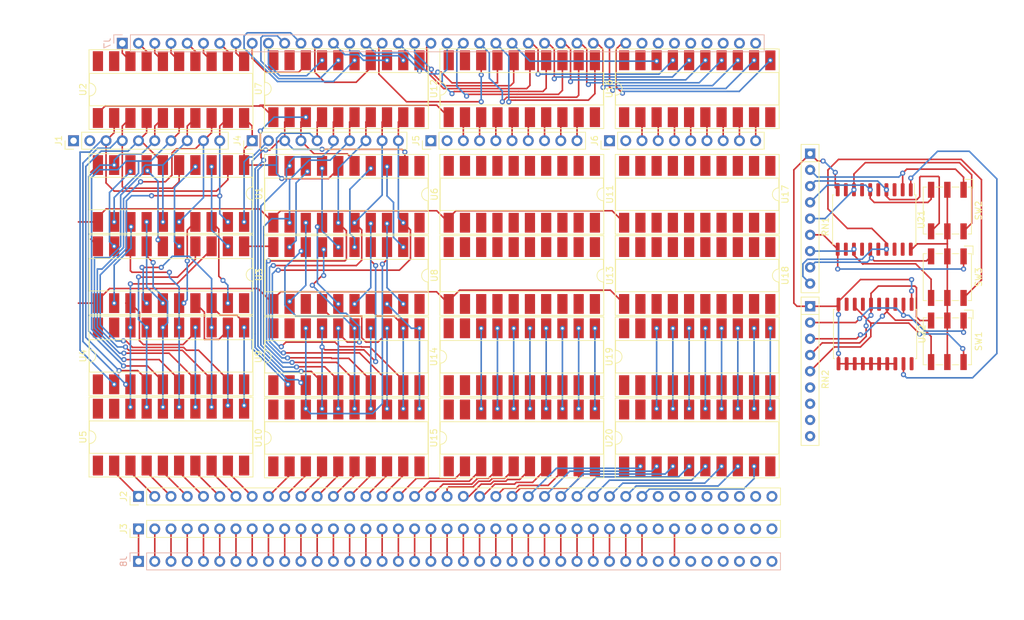
<source format=kicad_pcb>
(kicad_pcb (version 20211014) (generator pcbnew)
  (layers (0 "F.Cu" signal) (31 "B.Cu" signal) (34 "B.Paste" user) (35 "F.Paste" user) (36 "B.SilkS" user "B.Silkscreen") (37 "F.SilkS" user "F.Silkscreen") (38 "B.Mask" user) (39 "F.Mask" user) (44 "Edge.Cuts" user))
  (net 0 "")
  (net 1 "GND")
  (net 2 "ca0")
  (net 3 "ca1")
  (net 4 "ca2")
  (net 5 "ca3")
  (net 6 "ca4")
  (net 7 "ca5")
  (net 8 "ca6")
  (net 9 "ca7")
  (net 10 "ca8")
  (net 11 "ca9")
  (net 12 "ca10")
  (net 13 "ca11")
  (net 18 "+5V")
  (net 19 "Net-(U1-Pad2)")
  (net 20 "cin0")
  (net 21 "cin1")
  (net 22 "Net-(U1-Pad5)")
  (net 23 "Net-(U1-Pad6)")
  (net 24 "cin2")
  (net 25 "cin3")
  (net 26 "Net-(U1-Pad9)")
  (net 27 "clkL")
  (net 28 "Net-(U1-Pad12)")
  (net 29 "cin4")
  (net 30 "cin5")
  (net 31 "Net-(U1-Pad15)")
  (net 32 "Net-(U1-Pad16)")
  (net 33 "cin6")
  (net 34 "cin7")
  (net 35 "Net-(U1-Pad19)")
  (net 36 "cin8")
  (net 37 "cin9")
  (net 38 "cin10")
  (net 39 "cin11")
  (net 40 "clkD")
  (net 41 "cin12")
  (net 42 "cin13")
  (net 43 "cin14")
  (net 44 "cin15")
  (net 45 "Net-(U3-Pad1)")
  (net 46 "a0")
  (net 47 "a1")
  (net 48 "a2")
  (net 49 "a3")
  (net 50 "a4")
  (net 51 "a5")
  (net 52 "a6")
  (net 53 "a7")
  (net 54 "~{enable}")
  (net 55 "a8")
  (net 56 "a9")
  (net 57 "a10")
  (net 58 "a11")
  (net 59 "cin16")
  (net 60 "cin17")
  (net 61 "cin18")
  (net 62 "cin19")
  (net 63 "cin20")
  (net 64 "cin21")
  (net 65 "cin22")
  (net 66 "cin23")
  (net 67 "cin24")
  (net 68 "cin25")
  (net 69 "cin26")
  (net 70 "cin27")
  (net 71 "cin28")
  (net 72 "cin29")
  (net 73 "cin30")
  (net 74 "cin31")
  (net 75 "~{read}")
  (net 76 "~{cwrite}")
  (net 83 "out0")
  (net 84 "out1")
  (net 85 "out2")
  (net 86 "out3")
  (net 87 "out4")
  (net 88 "out5")
  (net 89 "out6")
  (net 90 "out7")
  (net 91 "out8")
  (net 92 "out9")
  (net 93 "out10")
  (net 94 "out11")
  (net 95 "out12")
  (net 96 "out13")
  (net 97 "out14")
  (net 98 "out15")
  (net 99 "out16")
  (net 100 "out17")
  (net 101 "out18")
  (net 102 "out19")
  (net 103 "out20")
  (net 104 "out21")
  (net 105 "out22")
  (net 106 "out23")
  (net 107 "out24")
  (net 108 "out25")
  (net 109 "out26")
  (net 110 "out27")
  (net 111 "out28")
  (net 112 "out29")
  (net 113 "out30")
  (net 114 "out31")
  (net 123 "cur0")
  (net 124 "cur1")
  (net 125 "cur2")
  (net 126 "cur3")
  (net 127 "cur4")
  (net 128 "cur5")
  (net 129 "cur6")
  (net 130 "cur7")
  (net 131 "cur8")
  (net 132 "cur9")
  (net 133 "cur10")
  (net 134 "cur11")
  (net 135 "cur12")
  (net 136 "cur13")
  (net 137 "cur14")
  (net 138 "cur15")
  (net 139 "cur16")
  (net 140 "cur17")
  (net 141 "cur18")
  (net 142 "cur19")
  (net 143 "cur20")
  (net 144 "cur21")
  (net 145 "cur22")
  (net 146 "cur23")
  (net 147 "cur24")
  (net 148 "cur25")
  (net 149 "cur26")
  (net 150 "cur27")
  (net 151 "cur28")
  (net 152 "cur29")
  (net 153 "cur30")
  (net 154 "cur31")
  (net 160 "in0")
  (net 161 "in1")
  (net 162 "in2")
  (net 163 "in3")
  (net 164 "in4")
  (net 165 "in5")
  (net 166 "in6")
  (net 167 "in7")
  (net 168 "in8")
  (net 169 "in9")
  (net 170 "in10")
  (net 171 "in11")
  (net 172 "in12")
  (net 173 "in13")
  (net 174 "in14")
  (net 175 "in15")
  (net 176 "in16")
  (net 177 "in17")
  (net 178 "in18")
  (net 179 "in19")
  (net 180 "in20")
  (net 181 "in21")
  (net 182 "in22")
  (net 183 "in23")
  (net 184 "in24")
  (net 185 "in25")
  (net 186 "in26")
  (net 187 "in27")
  (net 188 "in28")
  (net 189 "in29")
  (net 190 "in30")
  (net 191 "in31")
  (net 193 "~{write}")
  (net 200 "next0")
  (net 201 "next1")
  (net 202 "next2")
  (net 203 "next3")
  (net 204 "next4")
  (net 205 "next5")
  (net 206 "next6")
  (net 207 "next7")
  (net 208 "next15")
  (net 209 "next14")
  (net 210 "next13")
  (net 211 "next12")
  (net 212 "next11")
  (net 213 "next10")
  (net 214 "next9")
  (net 215 "next8")
  (net 216 "next23")
  (net 217 "next22")
  (net 218 "next21")
  (net 219 "next20")
  (net 220 "next19")
  (net 221 "next18")
  (net 222 "next17")
  (net 223 "next16")
  (net 224 "next31")
  (net 225 "next30")
  (net 226 "next29")
  (net 227 "next28")
  (net 228 "next27")
  (net 229 "next26")
  (net 230 "next25")
  (net 231 "next24")
  (net 232 "write")
  (net 233 "Net-(U13-Pad2)")
  (net 234 "Net-(U13-Pad5)")
  (net 235 "Net-(U13-Pad6)")
  (net 236 "Net-(U13-Pad9)")
  (net 237 "Net-(U13-Pad12)")
  (net 238 "Net-(U13-Pad15)")
  (net 239 "Net-(U13-Pad16)")
  (net 240 "Net-(U13-Pad19)")
  (net 241 "Net-(U14-Pad2)")
  (net 242 "Net-(U14-Pad5)")
  (net 243 "Net-(U14-Pad6)")
  (net 244 "Net-(U14-Pad9)")
  (net 245 "Net-(U14-Pad12)")
  (net 246 "Net-(U14-Pad15)")
  (net 247 "Net-(U14-Pad16)")
  (net 248 "Net-(U14-Pad19)")
  (net 249 "Net-(U15-Pad2)")
  (net 250 "Net-(U15-Pad5)")
  (net 251 "Net-(U15-Pad6)")
  (net 252 "Net-(U15-Pad9)")
  (net 253 "Net-(U15-Pad12)")
  (net 254 "Net-(U15-Pad15)")
  (net 255 "Net-(U15-Pad16)")
  (net 256 "Net-(U15-Pad19)")
  (footprint "Connector_PinHeader_2.54mm:PinHeader_1x10_P2.54mm_Vertical" (layer "F.Cu") (at 72.39 308.61 90)
    (fp_text reference "J4")
    (fp_text value "Conn_01x10_Female")
  )
  (footprint "Package_DIP:DIP-20_W8.89mm_SMDSocket_LongPads" (layer "F.Cu") (at 114.554 316.992 -90)
    (fp_text reference "U11")
    (fp_text value "74LS377")
  )
  (footprint "Connector_PinHeader_2.54mm:PinHeader_1x40_P2.54mm_Vertical" (layer "F.Cu") (at 54.61 369.316 90)
    (fp_text reference "J3")
    (fp_text value "Conn_01x40_Female")
  )
  (footprint "Package_DIP:DIP-20_W8.89mm_SMDSocket_LongPads" (layer "F.Cu") (at 114.554 342.392 90)
    (fp_text reference "U14")
    (fp_text value "74HCT541")
  )
  (footprint "Connector_PinHeader_2.54mm:PinHeader_1x10_P2.54mm_Vertical" (layer "F.Cu") (at 44.45 308.61 90)
    (fp_text reference "J1")
    (fp_text value "Conn_01x10_Female")
  )
  (footprint "Package_DIP:DIP-20_W8.89mm_SMDSocket_LongPads" (layer "F.Cu") (at 87.122 316.992 -90)
    (fp_text reference "U6")
    (fp_text value "74LS377")
  )
  (footprint "Package_SO:SOIC-20W_7.5x12.8mm_P1.27mm" (layer "F.Cu") (at 169.799 338.836 -90)
    (fp_text reference "U22")
    (fp_text value "74HC688")
  )
  (footprint "Connector_PinHeader_2.54mm:PinHeader_1x10_P2.54mm_Vertical" (layer "F.Cu") (at 100.33 308.61 90)
    (fp_text reference "J5")
    (fp_text value "Conn_01x10_Female")
  )
  (footprint "Resistor_THT:R_Array_SIP9" (layer "F.Cu") (at 159.639 310.627 -90)
    (fp_text reference "RN1")
    (fp_text value "R_Network08")
  )
  (footprint "Button_Switch_SMD:Nidec_Copal_SH-7010A" (layer "F.Cu") (at 181.102 319.532 -90)
    (fp_text reference "SW2")
    (fp_text value "SW_Coded_SH-7050")
  )
  (footprint "Package_DIP:DIP-20_W8.89mm_SMDSocket_LongPads" (layer "F.Cu") (at 87.122 355.092 90)
    (fp_text reference "U10")
    (fp_text value "74HCT541")
  )
  (footprint "Package_DIP:DIP-20_W8.89mm_SMDSocket_LongPads" (layer "F.Cu") (at 114.554 300.482 90)
    (fp_text reference "U12")
    (fp_text value "74HCT541")
  )
  (footprint "Package_DIP:DIP-20_W8.89mm_SMDSocket_LongPads" (layer "F.Cu") (at 141.986 355.092 90)
    (fp_text reference "U20")
    (fp_text value "74HCT541")
  )
  (footprint "Package_DIP:DIP-20_W8.89mm_SMDSocket_LongPads" (layer "F.Cu") (at 59.69 316.865 -90)
    (fp_text reference "U1")
    (fp_text value "74LS377")
  )
  (footprint "Package_DIP:DIP-20_W8.89mm_SMDSocket_LongPads" (layer "F.Cu") (at 114.554 355.092 90)
    (fp_text reference "U15")
    (fp_text value "74HCT541")
  )
  (footprint "Package_DIP:DIP-20_W8.89mm_SMDSocket_LongPads" (layer "F.Cu") (at 87.122 342.392 90)
    (fp_text reference "U9")
    (fp_text value "74HCT541")
  )
  (footprint "Package_DIP:DIP-20_W8.89mm_SMDSocket_LongPads" (layer "F.Cu") (at 59.69 354.965 90)
    (fp_text reference "U5")
    (fp_text value "74HCT541")
  )
  (footprint "Connector_PinHeader_2.54mm:PinHeader_1x10_P2.54mm_Vertical" (layer "F.Cu") (at 128.27 308.61 90)
    (fp_text reference "J6")
    (fp_text value "Conn_01x10_Female")
  )
  (footprint "Button_Switch_SMD:Nidec_Copal_SH-7010A" (layer "F.Cu") (at 181.102 339.979 -90)
    (fp_text reference "SW1")
    (fp_text value "SW_Coded_SH-7050")
  )
  (footprint "Package_DIP:DIP-20_W8.89mm_SMDSocket_LongPads" (layer "F.Cu") (at 59.69 329.565 -90)
    (fp_text reference "U3")
    (fp_text value "74LS377")
  )
  (footprint "Package_SO:SOIC-20W_7.5x12.8mm_P1.27mm" (layer "F.Cu") (at 169.672 320.929 -90)
    (fp_text reference "U21")
    (fp_text value "74HC688")
  )
  (footprint "Resistor_THT:R_Array_SIP9" (layer "F.Cu") (at 159.639 334.503 -90)
    (fp_text reference "RN2")
    (fp_text value "R_Network08")
  )
  (footprint "Package_DIP:DIP-20_W8.89mm_SMDSocket_LongPads" (layer "F.Cu") (at 141.986 300.482 90)
    (fp_text reference "U16")
    (fp_text value "74HCT541")
  )
  (footprint "Package_DIP:DIP-20_W8.89mm_SMDSocket_LongPads" (layer "F.Cu") (at 141.986 316.992 -90)
    (fp_text reference "U17")
    (fp_text value "74LS377")
  )
  (footprint "Package_DIP:DIP-20_W8.89mm_SMDSocket_LongPads" (layer "F.Cu") (at 87.122 329.692 -90)
    (fp_text reference "U8")
    (fp_text value "74LS377")
  )
  (footprint "Connector_PinHeader_2.54mm:PinHeader_1x40_P2.54mm_Vertical" (layer "F.Cu") (at 54.61 364.236 90)
    (fp_text reference "J2")
    (fp_text value "Conn_01x40_Female")
  )
  (footprint "Package_DIP:DIP-20_W8.89mm_SMDSocket_LongPads" (layer "F.Cu") (at 59.69 342.265 90)
    (fp_text reference "U4")
    (fp_text value "74HCT541")
  )
  (footprint "Package_DIP:DIP-20_W8.89mm_SMDSocket_LongPads" (layer "F.Cu") (at 114.554 329.692 -90)
    (fp_text reference "U13")
    (fp_text value "74LS377")
  )
  (footprint "Package_DIP:DIP-20_W8.89mm_SMDSocket_LongPads" (layer "F.Cu") (at 59.69 300.609 90)
    (fp_text reference "U2")
    (fp_text value "74HCT541")
  )
  (footprint "Package_DIP:DIP-20_W8.89mm_SMDSocket_LongPads" (layer "F.Cu") (at 141.986 329.692 -90)
    (fp_text reference "U18")
    (fp_text value "74LS377")
  )
  (footprint "Package_DIP:DIP-20_W8.89mm_SMDSocket_LongPads" (layer "F.Cu") (at 87.122 300.482 90)
    (fp_text reference "U7")
    (fp_text value "74HCT541")
  )
  (footprint "Package_DIP:DIP-20_W8.89mm_SMDSocket_LongPads" (layer "F.Cu") (at 141.986 342.392 90)
    (fp_text reference "U19")
    (fp_text value "74HCT541")
  )
  (footprint "Button_Switch_SMD:Nidec_Copal_SH-7010A" (layer "F.Cu") (at 181.102 329.946 -90)
    (fp_text reference "SW3")
    (fp_text value "SW_Coded_SH-7050")
  )
  (footprint "Connector_PinHeader_2.54mm:PinHeader_1x40_P2.54mm_Vertical" (layer "B.Cu") (at 54.61 374.396 -90)
    (fp_text reference "J8")
    (fp_text value "Conn_01x40_Male")
  )
  (footprint "Connector_PinHeader_2.54mm:PinHeader_1x40_P2.54mm_Vertical" (layer "B.Cu") (at 52.07 293.37 -90)
    (fp_text reference "J7")
    (fp_text value "Conn_01x40_Male")
  )
  (segment (start 71.12 309.88) (end 72.39 308.61) (width 0.25) (layer "F.Cu") (net 1))
  (segment (start 164.084 334.186) (end 164.084 335.788) (width 0.25) (layer "F.Cu") (net 1))
  (segment (start 72.39 308.61) (end 72.39 306.324) (width 0.25) (layer "F.Cu") (net 1))
  (segment (start 48.26 325.12) (end 47.135 323.995) (width 0.25) (layer "F.Cu") (net 1))
  (segment (start 71.12 312.42) (end 73.406 312.42) (width 0.25) (layer "F.Cu") (net 1))
  (segment (start 161.671 311.785) (end 160.797 311.785) (width 0.25) (layer "F.Cu") (net 1))
  (segment (start 163.957 316.279) (end 163.576 315.898) (width 0.25) (layer "F.Cu") (net 1))
  (segment (start 167.894 343.486) (end 166.624 343.486) (width 0.25) (layer "F.Cu") (net 1))
  (segment (start 169.164 343.486) (end 170.434 343.486) (width 0.25) (layer "F.Cu") (net 1))
  (segment (start 164.084 343.486) (end 165.354 343.486) (width 0.25) (layer "F.Cu") (net 1))
  (segment (start 159.639 334.503) (end 157.592 334.503) (width 0.25) (layer "F.Cu") (net 1))
  (segment (start 73.406 312.42) (end 75.565 312.42) (width 0.25) (layer "F.Cu") (net 1))
  (segment (start 71.12 312.42) (end 71.12 309.88) (width 0.25) (layer "F.Cu") (net 1))
  (segment (start 165.354 343.486) (end 166.624 343.486) (width 0.25) (layer "F.Cu") (net 1))
  (segment (start 71.12 325.12) (end 73.406 325.12) (width 0.25) (layer "F.Cu") (net 1))
  (segment (start 172.974 343.486) (end 171.704 343.486) (width 0.25) (layer "F.Cu") (net 1))
  (segment (start 175.514 334.186) (end 175.514 332.105) (width 0.25) (layer "F.Cu") (net 1))
  (segment (start 175.514 330.327) (end 167.516249 330.327) (width 0.25) (layer "F.Cu") (net 1))
  (segment (start 167.894 343.486) (end 169.164 343.486) (width 0.25) (layer "F.Cu") (net 1))
  (segment (start 167.516249 330.327) (end 164.084 333.759249) (width 0.25) (layer "F.Cu") (net 1))
  (segment (start 47.135 313.545) (end 48.26 312.42) (width 0.25) (layer "F.Cu") (net 1))
  (segment (start 164.084 334.186) (end 163.767 334.503) (width 0.25) (layer "F.Cu") (net 1))
  (segment (start 72.39 306.324) (end 71.12 305.054) (width 0.25) (layer "F.Cu") (net 1))
  (segment (start 73.406 325.12) (end 75.565 325.12) (width 0.25) (layer "F.Cu") (net 1))
  (segment (start 164.084 341.884) (end 164.084 343.486) (width 0.25) (layer "F.Cu") (net 1))
  (segment (start 160.797 311.785) (end 159.639 310.627) (width 0.25) (layer "F.Cu") (net 1))
  (segment (start 163.767 334.503) (end 159.639 334.503) (width 0.25) (layer "F.Cu") (net 1))
  (segment (start 170.434 343.486) (end 171.704 343.486) (width 0.25) (layer "F.Cu") (net 1))
  (segment (start 157.099 334.01) (end 157.099 313.167) (width 0.25) (layer "F.Cu") (net 1))
  (segment (start 164.084 333.759249) (end 164.084 334.186) (width 0.25) (layer "F.Cu") (net 1))
  (segment (start 157.099 313.167) (end 159.639 310.627) (width 0.25) (layer "F.Cu") (net 1))
  (segment (start 157.592 334.503) (end 157.099 334.01) (width 0.25) (layer "F.Cu") (net 1))
  (segment (start 75.565 325.12) (end 75.692 325.247) (width 0.25) (layer "F.Cu") (net 1))
  (segment (start 75.565 312.42) (end 75.692 312.547) (width 0.25) (layer "F.Cu") (net 1))
  (segment (start 163.576 315.898) (end 163.576 313.563) (width 0.25) (layer "F.Cu") (net 1))
  (via (at 164.084 335.788) (size 0.8) (drill 0.4) (layers "F.Cu" "B.Cu") (net 1))
  (via (at 161.671 311.785) (size 0.8) (drill 0.4) (layers "F.Cu" "B.Cu") (net 1))
  (via (at 163.576 313.563) (size 0.8) (drill 0.4) (layers "F.Cu" "B.Cu") (net 1))
  (via (at 164.084 341.884) (size 0.8) (drill 0.4) (layers "F.Cu" "B.Cu") (net 1))
  (via (at 175.514 332.105) (size 0.8) (drill 0.4) (layers "F.Cu" "B.Cu") (net 1))
  (via (at 175.514 330.327) (size 0.8) (drill 0.4) (layers "F.Cu" "B.Cu") (net 1))
  (segment (start 163.576 313.563) (end 161.798 311.785) (width 0.25) (layer "B.Cu") (net 1))
  (segment (start 175.514 332.105) (end 175.514 330.327) (width 0.25) (layer "B.Cu") (net 1))
  (segment (start 161.798 311.785) (end 161.671 311.785) (width 0.25) (layer "B.Cu") (net 1))
  (segment (start 164.084 335.788) (end 164.084 341.884) (width 0.25) (layer "B.Cu") (net 1))
  (segment (start 174.117 313.69) (end 174.117 316.279) (width 0.25) (layer "F.Cu") (net 2))
  (segment (start 174.752 313.055) (end 174.117 313.69) (width 0.25) (layer "F.Cu") (net 2))
  (segment (start 182.372 313.055) (end 174.752 313.055) (width 0.25) (layer "F.Cu") (net 2))
  (segment (start 183.642 316.282) (end 183.642 314.325) (width 0.25) (layer "F.Cu") (net 2))
  (segment (start 183.642 314.325) (end 182.372 313.055) (width 0.25) (layer "F.Cu") (net 2))
  (via (at 174.117 313.69) (size 0.8) (drill 0.4) (layers "F.Cu" "B.Cu") (net 2))
  (segment (start 160.76 314.288) (end 173.519 314.288) (width 0.25) (layer "B.Cu") (net 2))
  (segment (start 173.519 314.288) (end 174.117 313.69) (width 0.25) (layer "B.Cu") (net 2))
  (segment (start 159.639 313.167) (end 160.76 314.288) (width 0.25) (layer "B.Cu") (net 2))
  (segment (start 176.784 317.373) (end 176.345 317.812) (width 0.25) (layer "F.Cu") (net 3))
  (segment (start 176.784 314.325) (end 176.784 317.373) (width 0.25) (layer "F.Cu") (net 3))
  (segment (start 179.832 314.325) (end 179.705 314.198) (width 0.25) (layer "F.Cu") (net 3))
  (segment (start 179.705 314.198) (end 176.911 314.198) (width 0.25) (layer "F.Cu") (net 3))
  (segment (start 176.345 317.812) (end 172.085 317.812) (width 0.25) (layer "F.Cu") (net 3))
  (segment (start 178.562 322.782) (end 179.832 321.512) (width 0.25) (layer "F.Cu") (net 3))
  (segment (start 172.085 317.812) (end 171.577 317.304) (width 0.25) (layer "F.Cu") (net 3))
  (segment (start 171.577 317.304) (end 171.577 316.279) (width 0.25) (layer "F.Cu") (net 3))
  (segment (start 179.832 321.512) (end 179.832 314.325) (width 0.25) (layer "F.Cu") (net 3))
  (segment (start 176.911 314.198) (end 176.784 314.325) (width 0.25) (layer "F.Cu") (net 3))
  (via (at 171.577 316.279) (size 0.8) (drill 0.4) (layers "F.Cu" "B.Cu") (net 3))
  (segment (start 159.639 315.707) (end 160.438999 314.907001) (width 0.25) (layer "B.Cu") (net 3))
  (segment (start 160.438999 314.907001) (end 170.205001 314.907001) (width 0.25) (layer "B.Cu") (net 3))
  (segment (start 170.205001 314.907001) (end 171.577 316.279) (width 0.25) (layer "B.Cu") (net 3))
  (segment (start 169.037 317.627) (end 169.037 316.279) (width 0.25) (layer "F.Cu") (net 4))
  (segment (start 169.672 318.262) (end 169.037 317.627) (width 0.25) (layer "F.Cu") (net 4))
  (segment (start 178.562 317.754) (end 178.054 318.262) (width 0.25) (layer "F.Cu") (net 4))
  (segment (start 178.562 316.282) (end 178.562 317.754) (width 0.25) (layer "F.Cu") (net 4))
  (segment (start 178.054 318.262) (end 169.672 318.262) (width 0.25) (layer "F.Cu") (net 4))
  (via (at 169.037 316.279) (size 0.8) (drill 0.4) (layers "F.Cu" "B.Cu") (net 4))
  (segment (start 159.639 318.247) (end 162.332 315.554) (width 0.25) (layer "B.Cu") (net 4))
  (segment (start 168.312 315.554) (end 169.037 316.279) (width 0.25) (layer "B.Cu") (net 4))
  (segment (start 162.332 315.554) (end 168.312 315.554) (width 0.25) (layer "B.Cu") (net 4))
  (segment (start 183.642 322.782) (end 184.912 321.512) (width 0.25) (layer "F.Cu") (net 5))
  (segment (start 184.912 321.512) (end 184.912 313.944) (width 0.25) (layer "F.Cu") (net 5))
  (segment (start 184.912 313.944) (end 183.007 312.039) (width 0.25) (layer "F.Cu") (net 5))
  (segment (start 166.497 313.817) (end 166.497 316.279) (width 0.25) (layer "F.Cu") (net 5))
  (segment (start 168.275 312.039) (end 166.497 313.817) (width 0.25) (layer "F.Cu") (net 5))
  (segment (start 183.007 312.039) (end 168.275 312.039) (width 0.25) (layer "F.Cu") (net 5))
  (via (at 166.497 316.279) (size 0.8) (drill 0.4) (layers "F.Cu" "B.Cu") (net 5))
  (segment (start 161.989 320.787) (end 166.497 316.279) (width 0.25) (layer "B.Cu") (net 5))
  (segment (start 159.639 320.787) (end 161.989 320.787) (width 0.25) (layer "B.Cu") (net 5))
  (segment (start 163.957 325.579) (end 161.705 323.327) (width 0.25) (layer "F.Cu") (net 6))
  (segment (start 163.957 328.676) (end 163.957 325.579) (width 0.25) (layer "F.Cu") (net 6))
  (segment (start 183.642 326.696) (end 183.642 328.676) (width 0.25) (layer "F.Cu") (net 6))
  (segment (start 161.705 323.327) (end 159.639 323.327) (width 0.25) (layer "F.Cu") (net 6))
  (via (at 183.642 328.676) (size 0.8) (drill 0.4) (layers "F.Cu" "B.Cu") (net 6))
  (via (at 163.957 328.676) (size 0.8) (drill 0.4) (layers "F.Cu" "B.Cu") (net 6))
  (segment (start 183.642 328.676) (end 163.957 328.676) (width 0.25) (layer "B.Cu") (net 6))
  (segment (start 178.562 330.269) (end 176.149 327.856) (width 0.25) (layer "F.Cu") (net 7))
  (segment (start 176.149 327.856) (end 167.952 327.856) (width 0.25) (layer "F.Cu") (net 7))
  (segment (start 167.952 327.856) (end 167.894 327.914) (width 0.25) (layer "F.Cu") (net 7))
  (segment (start 178.562 333.196) (end 178.562 330.269) (width 0.25) (layer "F.Cu") (net 7))
  (segment (start 167.894 327.914) (end 166.497 326.517) (width 0.25) (layer "F.Cu") (net 7))
  (segment (start 166.497 326.517) (end 166.497 325.579) (width 0.25) (layer "F.Cu") (net 7))
  (via (at 166.497 325.579) (size 0.8) (drill 0.4) (layers "F.Cu" "B.Cu") (net 7))
  (segment (start 166.209 325.867) (end 166.497 325.579) (width 0.25) (layer "B.Cu") (net 7))
  (segment (start 159.639 325.867) (end 166.209 325.867) (width 0.25) (layer "B.Cu") (net 7))
  (segment (start 169.037 326.771) (end 169.037 325.579) (width 0.25) (layer "F.Cu") (net 8))
  (segment (start 169.672 327.406) (end 169.2275 326.9615) (width 0.25) (layer "F.Cu") (net 8))
  (segment (start 169.2275 326.9615) (end 169.037 326.771) (width 0.25) (layer "F.Cu") (net 8))
  (segment (start 177.852 327.406) (end 169.672 327.406) (width 0.25) (layer "F.Cu") (net 8))
  (segment (start 178.562 326.696) (end 177.852 327.406) (width 0.25) (layer "F.Cu") (net 8))
  (via (at 169.2275 326.9615) (size 0.8) (drill 0.4) (layers "F.Cu" "B.Cu") (net 8))
  (segment (start 160.438999 327.607001) (end 168.581999 327.607001) (width 0.25) (layer "B.Cu") (net 8))
  (segment (start 168.581999 327.607001) (end 169.2275 326.9615) (width 0.25) (layer "B.Cu") (net 8))
  (segment (start 159.639 328.407) (end 160.438999 327.607001) (width 0.25) (layer "B.Cu") (net 8))
  (segment (start 186.436 330.402) (end 186.436 314.706) (width 0.25) (layer "F.Cu") (net 9))
  (segment (start 183.261 311.531) (end 164.084 311.531) (width 0.25) (layer "F.Cu") (net 9))
  (segment (start 169.291 322.326) (end 171.577 324.612) (width 0.25) (layer "F.Cu") (net 9))
  (segment (start 183.642 333.196) (end 186.436 330.402) (width 0.25) (layer "F.Cu") (net 9))
  (segment (start 165.481 322.326) (end 169.291 322.326) (width 0.25) (layer "F.Cu") (net 9))
  (segment (start 164.084 311.531) (end 162.433 313.182) (width 0.25) (layer "F.Cu") (net 9))
  (segment (start 162.433 319.278) (end 165.481 322.326) (width 0.25) (layer "F.Cu") (net 9))
  (segment (start 171.577 324.612) (end 171.577 325.579) (width 0.25) (layer "F.Cu") (net 9))
  (segment (start 162.433 313.182) (end 162.433 319.278) (width 0.25) (layer "F.Cu") (net 9))
  (segment (start 186.436 314.706) (end 183.261 311.531) (width 0.25) (layer "F.Cu") (net 9))
  (via (at 171.577 325.579) (size 0.8) (drill 0.4) (layers "F.Cu" "B.Cu") (net 9))
  (segment (start 167.767698 327.151302) (end 169.34 325.579) (width 0.25) (layer "B.Cu") (net 9))
  (segment (start 158.514 327.863) (end 159.225698 327.151302) (width 0.25) (layer "B.Cu") (net 9))
  (segment (start 169.34 325.579) (end 171.577 325.579) (width 0.25) (layer "B.Cu") (net 9))
  (segment (start 158.514 329.822) (end 158.514 327.863) (width 0.25) (layer "B.Cu") (net 9))
  (segment (start 159.639 330.947) (end 158.514 329.822) (width 0.25) (layer "B.Cu") (net 9))
  (segment (start 159.225698 327.151302) (end 167.767698 327.151302) (width 0.25) (layer "B.Cu") (net 9))
  (segment (start 166.766 337.043) (end 167.386 336.423) (width 0.25) (layer "F.Cu") (net 10))
  (segment (start 183.642 338.582) (end 183.642 336.729) (width 0.25) (layer "F.Cu") (net 10))
  (segment (start 174.244 334.186) (end 174.244 335.915) (width 0.25) (layer "F.Cu") (net 10))
  (segment (start 159.639 337.043) (end 166.766 337.043) (width 0.25) (layer "F.Cu") (net 10))
  (via (at 167.386 336.423) (size 0.8) (drill 0.4) (layers "F.Cu" "B.Cu") (net 10))
  (via (at 183.642 338.582) (size 0.8) (drill 0.4) (layers "F.Cu" "B.Cu") (net 10))
  (via (at 174.244 335.915) (size 0.8) (drill 0.4) (layers "F.Cu" "B.Cu") (net 10))
  (segment (start 175.075 335.915) (end 177.546 338.386) (width 0.25) (layer "B.Cu") (net 10))
  (segment (start 169.037 334.772) (end 173.101 334.772) (width 0.25) (layer "B.Cu") (net 10))
  (segment (start 174.244 335.915) (end 175.075 335.915) (width 0.25) (layer "B.Cu") (net 10))
  (segment (start 177.546 338.386) (end 183.446 338.386) (width 0.25) (layer "B.Cu") (net 10))
  (segment (start 167.386 336.423) (end 169.037 334.772) (width 0.25) (layer "B.Cu") (net 10))
  (segment (start 173.101 334.772) (end 174.244 335.915) (width 0.25) (layer "B.Cu") (net 10))
  (segment (start 183.446 338.386) (end 183.642 338.582) (width 0.25) (layer "B.Cu") (net 10))
  (segment (start 166.893 339.583) (end 167.513 338.963) (width 0.25) (layer "F.Cu") (net 11))
  (segment (start 170.942 336.042) (end 171.704 335.28) (width 0.25) (layer "F.Cu") (net 11))
  (segment (start 159.639 339.583) (end 166.893 339.583) (width 0.25) (layer "F.Cu") (net 11))
  (segment (start 171.704 335.28) (end 171.704 334.186) (width 0.25) (layer "F.Cu") (net 11))
  (segment (start 178.562 339.217) (end 176.022 336.677) (width 0.25) (layer "F.Cu") (net 11))
  (segment (start 178.562 343.229) (end 178.562 339.217) (width 0.25) (layer "F.Cu") (net 11))
  (segment (start 172.974 336.677) (end 171.704 335.407) (width 0.25) (layer "F.Cu") (net 11))
  (segment (start 171.704 335.407) (end 171.704 334.186) (width 0.25) (layer "F.Cu") (net 11))
  (segment (start 176.022 336.677) (end 172.974 336.677) (width 0.25) (layer "F.Cu") (net 11))
  (via (at 170.942 336.042) (size 0.8) (drill 0.4) (layers "F.Cu" "B.Cu") (net 11))
  (via (at 167.513 338.963) (size 0.8) (drill 0.4) (layers "F.Cu" "B.Cu") (net 11))
  (segment (start 170.942 336.051305) (end 170.942 336.042) (width 0.25) (layer "B.Cu") (net 11))
  (segment (start 168.030305 338.963) (end 170.942 336.051305) (width 0.25) (layer "B.Cu") (net 11))
  (segment (start 167.513 338.963) (end 168.030305 338.963) (width 0.25) (layer "B.Cu") (net 11))
  (segment (start 168.402 339.217) (end 168.402 337.566) (width 0.25) (layer "F.Cu") (net 12))
  (segment (start 167.386 340.233) (end 168.402 339.217) (width 0.25) (layer "F.Cu") (net 12))
  (segment (start 159.639 342.123) (end 161.529 340.233) (width 0.25) (layer "F.Cu") (net 12))
  (segment (start 178.562 336.729) (end 176.836 336.729) (width 0.25) (layer "F.Cu") (net 12))
  (segment (start 176.836 336.729) (end 176.276 336.169) (width 0.25) (layer "F.Cu") (net 12))
  (segment (start 176.276 336.169) (end 176.276 331.597) (width 0.25) (layer "F.Cu") (net 12))
  (segment (start 169.164 335.915) (end 169.164 334.186) (width 0.25) (layer "F.Cu") (net 12))
  (segment (start 170.307 331.343) (end 169.164 332.486) (width 0.25) (layer "F.Cu") (net 12))
  (segment (start 176.276 331.597) (end 176.022 331.343) (width 0.25) (layer "F.Cu") (net 12))
  (segment (start 161.529 340.233) (end 167.386 340.233) (width 0.25) (layer "F.Cu") (net 12))
  (segment (start 169.164 332.486) (end 169.164 334.186) (width 0.25) (layer "F.Cu") (net 12))
  (segment (start 176.022 331.343) (end 170.307 331.343) (width 0.25) (layer "F.Cu") (net 12))
  (via (at 169.164 335.915) (size 0.8) (drill 0.4) (layers "F.Cu" "B.Cu") (net 12))
  (via (at 168.402 337.566) (size 0.8) (drill 0.4) (layers "F.Cu" "B.Cu") (net 12))
  (segment (start 168.402 337.566) (end 168.402 336.677) (width 0.25) (layer "B.Cu") (net 12))
  (segment (start 168.402 336.677) (end 169.164 335.915) (width 0.25) (layer "B.Cu") (net 12))
  (segment (start 169.138249 337.127) (end 166.624 334.612751) (width 0.25) (layer "F.Cu") (net 13))
  (segment (start 167.513 340.868) (end 163.434 340.868) (width 0.25) (layer "F.Cu") (net 13))
  (segment (start 163.434 340.868) (end 159.639 344.663) (width 0.25) (layer "F.Cu") (net 13))
  (segment (start 169.138249 339.242751) (end 167.513 340.868) (width 0.25) (layer "F.Cu") (net 13))
  (segment (start 166.624 334.612751) (end 166.624 334.186) (width 0.25) (layer "F.Cu") (net 13))
  (segment (start 183.642 341.249) (end 183.515 341.122) (width 0.25) (layer "F.Cu") (net 13))
  (segment (start 175.075 337.127) (end 169.138249 337.127) (width 0.25) (layer "F.Cu") (net 13))
  (segment (start 183.642 343.229) (end 183.642 341.249) (width 0.25) (layer "F.Cu") (net 13))
  (segment (start 169.138249 337.127) (end 169.138249 339.242751) (width 0.25) (layer "F.Cu") (net 13))
  (segment (start 176.784 338.836) (end 175.075 337.127) (width 0.25) (layer "F.Cu") (net 13))
  (via (at 176.784 338.836) (size 0.8) (drill 0.4) (layers "F.Cu" "B.Cu") (net 13))
  (via (at 183.515 341.122) (size 0.8) (drill 0.4) (layers "F.Cu" "B.Cu") (net 13))
  (segment (start 183.515 341.122) (end 181.229 338.836) (width 0.25) (layer "B.Cu") (net 13))
  (segment (start 176.911 338.836) (end 176.784 338.836) (width 0.25) (layer "B.Cu") (net 13))
  (segment (start 181.229 338.836) (end 176.911 338.836) (width 0.25) (layer "B.Cu") (net 13))
  (segment (start 181.102 322.782) (end 181.102 324.739) (width 0.25) (layer "F.Cu") (net 18))
  (segment (start 175.387 325.579) (end 175.563 325.579) (width 0.25) (layer "F.Cu") (net 18))
  (segment (start 175.563 325.579) (end 176.403 324.739) (width 0.25) (layer "F.Cu") (net 18))
  (segment (start 181.102 316.282) (end 181.102 322.782) (width 0.25) (layer "F.Cu") (net 18))
  (segment (start 181.102 333.196) (end 181.102 336.729) (width 0.25) (layer "F.Cu") (net 18))
  (segment (start 176.403 324.739) (end 181.102 324.739) (width 0.25) (layer "F.Cu") (net 18))
  (segment (start 181.102 324.739) (end 181.102 326.696) (width 0.25) (layer "F.Cu") (net 18))
  (segment (start 181.102 326.696) (end 181.102 333.196) (width 0.25) (layer "F.Cu") (net 18))
  (segment (start 181.102 336.729) (end 181.102 343.229) (width 0.25) (layer "F.Cu") (net 18))
  (via (at 71.12 321.31) (size 0.8) (drill 0.4) (layers "F.Cu" "B.Cu") (net 18))
  (segment (start 71.882 311.15) (end 71.12 311.912) (width 0.25) (layer "B.Cu") (net 18))
  (segment (start 74.93 308.61) (end 72.39 311.15) (width 0.25) (layer "B.Cu") (net 18))
  (segment (start 72.39 311.15) (end 71.882 311.15) (width 0.25) (layer "B.Cu") (net 18))
  (segment (start 71.12 311.912) (end 71.12 321.31) (width 0.25) (layer "B.Cu") (net 18))
  (segment (start 66.04 312.42) (end 66.04 312.674) (width 0.25) (layer "F.Cu") (net 19))
  (via (at 68.58 325.12) (size 0.8) (drill 0.4) (layers "F.Cu" "B.Cu") (net 19))
  (via (at 66.04 312.674) (size 0.8) (drill 0.4) (layers "F.Cu" "B.Cu") (net 19))
  (segment (start 66.04 312.674) (end 66.04 322.58) (width 0.25) (layer "B.Cu") (net 19))
  (segment (start 66.04 322.58) (end 68.58 325.12) (width 0.25) (layer "B.Cu") (net 19))
  (segment (start 54.61 374.396) (end 54.61 369.316) (width 0.25) (layer "F.Cu") (net 20))
  (segment (start 57.15 369.316) (end 57.15 374.396) (width 0.25) (layer "F.Cu") (net 21))
  (segment (start 63.5 312.42) (end 63.5 312.674) (width 0.25) (layer "F.Cu") (net 22))
  (via (at 63.5 312.674) (size 0.8) (drill 0.4) (layers "F.Cu" "B.Cu") (net 22))
  (via (at 60.96 325.12) (size 0.8) (drill 0.4) (layers "F.Cu" "B.Cu") (net 22))
  (segment (start 60.235 315.939) (end 60.235 324.395) (width 0.25) (layer "B.Cu") (net 22))
  (segment (start 60.235 324.395) (end 60.96 325.12) (width 0.25) (layer "B.Cu") (net 22))
  (segment (start 63.5 312.674) (end 60.235 315.939) (width 0.25) (layer "B.Cu") (net 22))
  (segment (start 55.88 312.42) (end 55.88 313.182) (width 0.25) (layer "F.Cu") (net 23))
  (segment (start 55.88 313.182) (end 56.011299 313.313299) (width 0.25) (layer "F.Cu") (net 23))
  (via (at 56.011299 313.313299) (size 0.8) (drill 0.4) (layers "F.Cu" "B.Cu") (net 23))
  (via (at 57.658 324.104) (size 0.8) (drill 0.4) (layers "F.Cu" "B.Cu") (net 23))
  (segment (start 56.011299 313.313299) (end 57.658 314.96) (width 0.25) (layer "B.Cu") (net 23))
  (segment (start 57.658 314.96) (end 57.658 324.104) (width 0.25) (layer "B.Cu") (net 23))
  (segment (start 59.69 374.396) (end 59.69 369.316) (width 0.25) (layer "F.Cu") (net 24))
  (segment (start 62.23 369.316) (end 62.23 374.396) (width 0.25) (layer "F.Cu") (net 25))
  (segment (start 53.34 312.42) (end 53.34 313.436) (width 0.25) (layer "F.Cu") (net 26))
  (via (at 50.8 325.12) (size 0.8) (drill 0.4) (layers "F.Cu" "B.Cu") (net 26))
  (via (at 53.34 313.436) (size 0.8) (drill 0.4) (layers "F.Cu" "B.Cu") (net 26))
  (segment (start 53.34 313.436) (end 50.075 316.701) (width 0.25) (layer "B.Cu") (net 26))
  (segment (start 50.075 324.395) (end 50.8 325.12) (width 0.25) (layer "B.Cu") (net 26))
  (segment (start 50.075 316.701) (end 50.075 324.395) (width 0.25) (layer "B.Cu") (net 26))
  (segment (start 75.692 333.387) (end 76.847 332.232) (width 0.25) (layer "F.Cu") (net 27))
  (segment (start 75.692 334.137) (end 75.692 333.387) (width 0.25) (layer "F.Cu") (net 27))
  (segment (start 48.26 334.01) (end 48.26 333.55) (width 0.25) (layer "F.Cu") (net 27))
  (segment (start 103.124 333.677) (end 104.823 331.978) (width 0.25) (layer "F.Cu") (net 27))
  (segment (start 101.219 332.232) (end 103.124 334.137) (width 0.25) (layer "F.Cu") (net 27))
  (segment (start 48.26 334.01) (end 45.212 334.01) (width 0.25) (layer "F.Cu") (net 27))
  (segment (start 48.26 333.55) (end 50.086 331.724) (width 0.25) (layer "F.Cu") (net 27))
  (segment (start 76.847 332.232) (end 101.219 332.232) (width 0.25) (layer "F.Cu") (net 27))
  (segment (start 50.086 331.724) (end 73.279 331.724) (width 0.25) (layer "F.Cu") (net 27))
  (segment (start 73.279 331.724) (end 75.692 334.137) (width 0.25) (layer "F.Cu") (net 27))
  (segment (start 128.397 331.978) (end 130.556 334.137) (width 0.25) (layer "F.Cu") (net 27))
  (segment (start 103.124 334.137) (end 103.124 333.677) (width 0.25) (layer "F.Cu") (net 27))
  (segment (start 104.823 331.978) (end 128.397 331.978) (width 0.25) (layer "F.Cu") (net 27))
  (segment (start 53.34 321.31) (end 53.34 321.9715) (width 0.25) (layer "F.Cu") (net 28))
  (segment (start 53.34 321.9715) (end 53.4405 322.072) (width 0.25) (layer "F.Cu") (net 28))
  (via (at 50.8 334.01) (size 0.8) (drill 0.4) (layers "F.Cu" "B.Cu") (net 28))
  (via (at 53.4405 322.072) (size 0.8) (drill 0.4) (layers "F.Cu" "B.Cu") (net 28))
  (via (at 53.4405 322.072) (size 0.8) (drill 0.4) (layers "F.Cu" "B.Cu") (net 28))
  (segment (start 53.4405 322.072) (end 53.4405 325.413993) (width 0.25) (layer "B.Cu") (net 28))
  (segment (start 53.4405 325.413993) (end 50.8 328.054493) (width 0.25) (layer "B.Cu") (net 28))
  (segment (start 50.8 328.054493) (end 50.8 334.01) (width 0.25) (layer "B.Cu") (net 28))
  (segment (start 64.77 374.396) (end 64.77 369.316) (width 0.25) (layer "F.Cu") (net 29))
  (segment (start 67.31 369.316) (end 67.31 374.396) (width 0.25) (layer "F.Cu") (net 30))
  (via (at 55.88 321.31) (size 0.8) (drill 0.4) (layers "F.Cu" "B.Cu") (net 31))
  (via (at 58.42 334.01) (size 0.8) (drill 0.4) (layers "F.Cu" "B.Cu") (net 31))
  (segment (start 55.88 321.31) (end 55.88 331.47) (width 0.25) (layer "B.Cu") (net 31))
  (segment (start 55.88 331.47) (end 58.42 334.01) (width 0.25) (layer "B.Cu") (net 31))
  (segment (start 62.23 322.58) (end 62.23 327.406) (width 0.25) (layer "F.Cu") (net 32))
  (segment (start 63.5 321.31) (end 62.23 322.58) (width 0.25) (layer "F.Cu") (net 32))
  (via (at 62.23 327.406) (size 0.8) (drill 0.4) (layers "F.Cu" "B.Cu") (net 32))
  (via (at 61.6845 334.01) (size 0.8) (drill 0.4) (layers "F.Cu" "B.Cu") (net 32))
  (segment (start 62.23 327.406) (end 62.23 333.4645) (width 0.25) (layer "B.Cu") (net 32))
  (segment (start 62.23 333.4645) (end 61.6845 334.01) (width 0.25) (layer "B.Cu") (net 32))
  (segment (start 69.85 374.396) (end 69.85 369.316) (width 0.25) (layer "F.Cu") (net 33))
  (segment (start 72.39 369.316) (end 72.39 374.396) (width 0.25) (layer "F.Cu") (net 34))
  (segment (start 67.165 322.435) (end 67.165 329.801) (width 0.25) (layer "F.Cu") (net 35))
  (segment (start 66.04 321.31) (end 67.165 322.435) (width 0.25) (layer "F.Cu") (net 35))
  (segment (start 67.165 329.801) (end 67.818 330.454) (width 0.25) (layer "F.Cu") (net 35))
  (via (at 68.58 334.01) (size 0.8) (drill 0.4) (layers "F.Cu" "B.Cu") (net 35))
  (via (at 67.818 330.454) (size 0.8) (drill 0.4) (layers "F.Cu" "B.Cu") (net 35))
  (segment (start 68.58 331.216) (end 68.58 334.01) (width 0.25) (layer "B.Cu") (net 35))
  (segment (start 67.818 330.454) (end 68.58 331.216) (width 0.25) (layer "B.Cu") (net 35))
  (segment (start 74.93 374.396) (end 74.93 369.316) (width 0.25) (layer "F.Cu") (net 36))
  (segment (start 77.47 369.316) (end 77.47 374.396) (width 0.25) (layer "F.Cu") (net 37))
  (segment (start 80.01 374.396) (end 80.01 369.316) (width 0.25) (layer "F.Cu") (net 38))
  (segment (start 82.55 369.316) (end 82.55 374.396) (width 0.25) (layer "F.Cu") (net 39))
  (segment (start 101.249 319.562) (end 103.124 321.437) (width 0.25) (layer "F.Cu") (net 40))
  (segment (start 104.249 319.562) (end 128.681 319.562) (width 0.25) (layer "F.Cu") (net 40))
  (segment (start 76.817 319.562) (end 101.249 319.562) (width 0.25) (layer "F.Cu") (net 40))
  (segment (start 103.124 320.687) (end 104.249 319.562) (width 0.25) (layer "F.Cu") (net 40))
  (segment (start 75.692 320.687) (end 76.817 319.562) (width 0.25) (layer "F.Cu") (net 40))
  (segment (start 103.124 321.437) (end 103.124 320.687) (width 0.25) (layer "F.Cu") (net 40))
  (segment (start 48.26 321.31) (end 48.26 320.56) (width 0.25) (layer "F.Cu") (net 40))
  (segment (start 128.681 319.562) (end 130.556 321.437) (width 0.25) (layer "F.Cu") (net 40))
  (segment (start 75.692 321.437) (end 75.692 320.687) (width 0.25) (layer "F.Cu") (net 40))
  (segment (start 73.533 319.278) (end 75.692 321.437) (width 0.25) (layer "F.Cu") (net 40))
  (segment (start 48.26 320.56) (end 49.542 319.278) (width 0.25) (layer "F.Cu") (net 40))
  (segment (start 48.26 321.31) (end 45.212 321.31) (width 0.25) (layer "F.Cu") (net 40))
  (segment (start 49.542 319.278) (end 73.533 319.278) (width 0.25) (layer "F.Cu") (net 40))
  (segment (start 85.09 374.396) (end 85.09 369.316) (width 0.25) (layer "F.Cu") (net 41))
  (segment (start 87.63 369.316) (end 87.63 374.396) (width 0.25) (layer "F.Cu") (net 42))
  (segment (start 90.17 374.396) (end 90.17 369.316) (width 0.25) (layer "F.Cu") (net 43))
  (segment (start 92.71 369.316) (end 92.71 374.396) (width 0.25) (layer "F.Cu") (net 44))
  (segment (start 174.244 345.186) (end 174.244 343.486) (width 0.25) (layer "F.Cu") (net 45))
  (segment (start 175.387 316.279) (end 175.387 314.452) (width 0.25) (layer "F.Cu") (net 45))
  (via (at 174.244 345.186) (size 0.8) (drill 0.4) (layers "F.Cu" "B.Cu") (net 45))
  (via (at 175.387 314.452) (size 0.8) (drill 0.4) (layers "F.Cu" "B.Cu") (net 45))
  (segment (start 184.531 310.261) (end 188.849 314.579) (width 0.25) (layer "B.Cu") (net 45))
  (segment (start 175.387 314.452) (end 179.578 310.261) (width 0.25) (layer "B.Cu") (net 45))
  (segment (start 174.752 345.694) (end 174.244 345.186) (width 0.25) (layer "B.Cu") (net 45))
  (segment (start 179.578 310.261) (end 184.531 310.261) (width 0.25) (layer "B.Cu") (net 45))
  (segment (start 188.849 341.884) (end 185.039 345.694) (width 0.25) (layer "B.Cu") (net 45))
  (segment (start 188.849 314.579) (end 188.849 341.884) (width 0.25) (layer "B.Cu") (net 45))
  (segment (start 185.039 345.694) (end 174.752 345.694) (width 0.25) (layer "B.Cu") (net 45))
  (segment (start 101.249 303.052) (end 73.63 303.052) (width 0.25) (layer "F.Cu") (net 54))
  (segment (start 73.944 303.179) (end 75.692 304.927) (width 0.25) (layer "F.Cu") (net 54))
  (segment (start 73.63 303.052) (end 73.503 303.179) (width 0.25) (layer "F.Cu") (net 54))
  (segment (start 49.385 303.179) (end 73.503 303.179) (width 0.25) (layer "F.Cu") (net 54))
  (segment (start 103.124 304.927) (end 101.249 303.052) (width 0.25) (layer "F.Cu") (net 54))
  (segment (start 48.26 305.054) (end 48.26 304.304) (width 0.25) (layer "F.Cu") (net 54))
  (segment (start 48.26 304.304) (end 49.385 303.179) (width 0.25) (layer "F.Cu") (net 54))
  (segment (start 73.503 303.179) (end 73.944 303.179) (width 0.25) (layer "F.Cu") (net 54))
  (segment (start 95.25 374.396) (end 95.25 369.316) (width 0.25) (layer "F.Cu") (net 59))
  (segment (start 97.79 369.316) (end 97.79 374.396) (width 0.25) (layer "F.Cu") (net 60))
  (segment (start 100.33 374.396) (end 100.33 369.316) (width 0.25) (layer "F.Cu") (net 61))
  (segment (start 102.87 369.316) (end 102.87 374.396) (width 0.25) (layer "F.Cu") (net 62))
  (segment (start 105.41 374.396) (end 105.41 369.316) (width 0.25) (layer "F.Cu") (net 63))
  (segment (start 107.95 369.316) (end 107.95 374.396) (width 0.25) (layer "F.Cu") (net 64))
  (segment (start 110.49 374.396) (end 110.49 369.316) (width 0.25) (layer "F.Cu") (net 65))
  (segment (start 113.03 374.396) (end 113.03 369.316) (width 0.25) (layer "F.Cu") (net 66))
  (segment (start 115.57 369.316) (end 115.57 374.396) (width 0.25) (layer "F.Cu") (net 67))
  (segment (start 118.11 374.396) (end 118.11 369.316) (width 0.25) (layer "F.Cu") (net 68))
  (segment (start 120.65 369.316) (end 120.65 374.396) (width 0.25) (layer "F.Cu") (net 69))
  (segment (start 123.19 374.396) (end 123.19 369.316) (width 0.25) (layer "F.Cu") (net 70))
  (segment (start 125.73 369.316) (end 125.73 374.396) (width 0.25) (layer "F.Cu") (net 71))
  (segment (start 128.27 374.396) (end 128.27 369.316) (width 0.25) (layer "F.Cu") (net 72))
  (segment (start 130.81 369.316) (end 130.81 374.396) (width 0.25) (layer "F.Cu") (net 73))
  (segment (start 133.35 374.396) (end 133.35 369.316) (width 0.25) (layer "F.Cu") (net 74))
  (segment (start 138.43 374.396) (end 138.43 369.316) (width 0.25) (layer "F.Cu") (net 76))
  (segment (start 52.07 294.894) (end 53.34 296.164) (width 0.25) (layer "F.Cu") (net 83))
  (segment (start 52.07 293.37) (end 52.07 294.894) (width 0.25) (layer "F.Cu") (net 83))
  (segment (start 55.88 294.64) (end 55.88 296.164) (width 0.25) (layer "F.Cu") (net 84))
  (segment (start 54.61 293.37) (end 55.88 294.64) (width 0.25) (layer "F.Cu") (net 84))
  (segment (start 57.15 293.37) (end 57.15 294.894) (width 0.25) (layer "F.Cu") (net 85))
  (segment (start 57.15 294.894) (end 58.42 296.164) (width 0.25) (layer "F.Cu") (net 85))
  (segment (start 59.69 293.37) (end 59.69 294.894) (width 0.25) (layer "F.Cu") (net 86))
  (segment (start 59.69 294.894) (end 60.96 296.164) (width 0.25) (layer "F.Cu") (net 86))
  (segment (start 62.23 293.37) (end 63.5 294.64) (width 0.25) (layer "F.Cu") (net 87))
  (segment (start 63.5 294.64) (end 63.5 296.164) (width 0.25) (layer "F.Cu") (net 87))
  (segment (start 64.77 294.894) (end 66.04 296.164) (width 0.25) (layer "F.Cu") (net 88))
  (segment (start 64.77 293.37) (end 64.77 294.894) (width 0.25) (layer "F.Cu") (net 88))
  (segment (start 67.31 293.37) (end 68.58 294.64) (width 0.25) (layer "F.Cu") (net 89))
  (segment (start 68.58 294.64) (end 68.58 296.164) (width 0.25) (layer "F.Cu") (net 89))
  (segment (start 69.85 293.37) (end 69.85 294.894) (width 0.25) (layer "F.Cu") (net 90))
  (segment (start 69.85 294.894) (end 71.12 296.164) (width 0.25) (layer "F.Cu") (net 90))
  (segment (start 79.647 297.912) (end 80.772 296.787) (width 0.25) (layer "F.Cu") (net 91))
  (segment (start 72.39 293.37) (end 72.39 295.735) (width 0.25) (layer "F.Cu") (net 91))
  (segment (start 74.567 297.912) (end 79.647 297.912) (width 0.25) (layer "F.Cu") (net 91))
  (segment (start 80.772 296.787) (end 80.772 296.037) (width 0.25) (layer "F.Cu") (net 91))
  (segment (start 72.39 295.735) (end 74.567 297.912) (width 0.25) (layer "F.Cu") (net 91))
  (via (at 83.312 296.037) (size 0.8) (drill 0.4) (layers "F.Cu" "B.Cu") (net 92))
  (segment (start 80.899 298.45) (end 83.312 296.037) (width 0.25) (layer "B.Cu") (net 92))
  (segment (start 76.708 298.45) (end 80.899 298.45) (width 0.25) (layer "B.Cu") (net 92))
  (segment (start 74.93 293.37) (end 74.93 296.672) (width 0.25) (layer "B.Cu") (net 92))
  (segment (start 74.93 296.672) (end 76.708 298.45) (width 0.25) (layer "B.Cu") (net 92))
  (via (at 85.852 296.037) (size 0.8) (drill 0.4) (layers "F.Cu" "B.Cu") (net 93))
  (segment (start 76.521604 298.9) (end 82.989 298.9) (width 0.25) (layer "B.Cu") (net 93))
  (segment (start 77.47 293.37) (end 76.295 292.195) (width 0.25) (layer "B.Cu") (net 93))
  (segment (start 76.295 292.195) (end 74.072999 292.195) (width 0.25) (layer "B.Cu") (net 93))
  (segment (start 73.755 296.133396) (end 76.521604 298.9) (width 0.25) (layer "B.Cu") (net 93))
  (segment (start 73.755 292.512999) (end 73.755 296.133396) (width 0.25) (layer "B.Cu") (net 93))
  (segment (start 74.072999 292.195) (end 73.755 292.512999) (width 0.25) (layer "B.Cu") (net 93))
  (segment (start 82.989 298.9) (end 85.852 296.037) (width 0.25) (layer "B.Cu") (net 93))
  (via (at 88.392 296.037) (size 0.8) (drill 0.4) (layers "F.Cu" "B.Cu") (net 94))
  (segment (start 78.373557 291.733557) (end 71.619444 291.733557) (width 0.25) (layer "B.Cu") (net 94))
  (segment (start 85.079 299.35) (end 88.392 296.037) (width 0.25) (layer "B.Cu") (net 94))
  (segment (start 71.12 292.233001) (end 71.12 294.134792) (width 0.25) (layer "B.Cu") (net 94))
  (segment (start 71.12 294.134792) (end 76.335208 299.35) (width 0.25) (layer "B.Cu") (net 94))
  (segment (start 76.335208 299.35) (end 85.079 299.35) (width 0.25) (layer "B.Cu") (net 94))
  (segment (start 71.619444 291.733557) (end 71.12 292.233001) (width 0.25) (layer "B.Cu") (net 94))
  (segment (start 80.01 293.37) (end 78.373557 291.733557) (width 0.25) (layer "B.Cu") (net 94))
  (segment (start 83.741 299.466) (end 88.646 299.466) (width 0.25) (layer "F.Cu") (net 95))
  (segment (start 82.55 293.37) (end 82.187 293.733) (width 0.25) (layer "F.Cu") (net 95))
  (segment (start 82.187 297.912) (end 83.741 299.466) (width 0.25) (layer "F.Cu") (net 95))
  (segment (start 82.187 293.733) (end 82.187 297.912) (width 0.25) (layer "F.Cu") (net 95))
  (segment (start 88.646 299.466) (end 90.932 297.18) (width 0.25) (layer "F.Cu") (net 95))
  (segment (start 90.932 297.18) (end 90.932 296.037) (width 0.25) (layer "F.Cu") (net 95))
  (via (at 93.472 296.037) (size 0.8) (drill 0.4) (layers "F.Cu" "B.Cu") (net 96))
  (segment (start 85.09 293.37) (end 86.868 295.148) (width 0.25) (layer "B.Cu") (net 96))
  (segment (start 89.789 296.037) (end 93.472 296.037) (width 0.25) (layer "B.Cu") (net 96))
  (segment (start 86.868 295.148) (end 88.9 295.148) (width 0.25) (layer "B.Cu") (net 96))
  (segment (start 88.9 295.148) (end 89.789 296.037) (width 0.25) (layer "B.Cu") (net 96))
  (via (at 96.012 296.037) (size 0.8) (drill 0.4) (layers "F.Cu" "B.Cu") (net 97))
  (segment (start 89.700396 295.312) (end 95.287 295.312) (width 0.25) (layer "B.Cu") (net 97))
  (segment (start 87.63 293.37) (end 87.63 294.572081) (width 0.25) (layer "B.Cu") (net 97))
  (segment (start 87.63 294.572081) (end 87.697919 294.64) (width 0.25) (layer "B.Cu") (net 97))
  (segment (start 95.287 295.312) (end 96.012 296.037) (width 0.25) (layer "B.Cu") (net 97))
  (segment (start 87.697919 294.64) (end 89.028396 294.64) (width 0.25) (layer "B.Cu") (net 97))
  (segment (start 89.028396 294.64) (end 89.700396 295.312) (width 0.25) (layer "B.Cu") (net 97))
  (via (at 98.552 297.688) (size 0.8) (drill 0.4) (layers "F.Cu" "B.Cu") (net 98))
  (segment (start 98.552 297.551695) (end 98.552 297.688) (width 0.25) (layer "B.Cu") (net 98))
  (segment (start 90.17 293.37) (end 91.662 294.862) (width 0.25) (layer "B.Cu") (net 98))
  (segment (start 91.662 294.862) (end 95.862305 294.862) (width 0.25) (layer "B.Cu") (net 98))
  (segment (start 95.862305 294.862) (end 98.552 297.551695) (width 0.25) (layer "B.Cu") (net 98))
  (segment (start 92.71 293.37) (end 92.202 293.878) (width 0.25) (layer "F.Cu") (net 99))
  (segment (start 92.202 293.878) (end 92.202 298.196) (width 0.25) (layer "F.Cu") (net 99))
  (segment (start 108.204 296.037) (end 108.204 298.602) (width 0.25) (layer "F.Cu") (net 99))
  (segment (start 108.204 302.514) (end 96.52 302.514) (width 0.25) (layer "F.Cu") (net 99))
  (segment (start 108.204 298.196) (end 108.204 298.298) (width 0.25) (layer "F.Cu") (net 99))
  (segment (start 96.52 302.514) (end 92.202 298.196) (width 0.25) (layer "F.Cu") (net 99))
  (via (at 108.204 298.298) (size 0.8) (drill 0.4) (layers "F.Cu" "B.Cu") (net 99))
  (via (at 108.204 302.514) (size 0.8) (drill 0.4) (layers "F.Cu" "B.Cu") (net 99))
  (segment (start 108.204 298.704) (end 108.204 302.514) (width 0.25) (layer "B.Cu") (net 99))
  (segment (start 103.632 299.56) (end 101.945975 297.873975) (width 0.25) (layer "F.Cu") (net 100))
  (segment (start 110.744 299.56) (end 103.632 299.56) (width 0.25) (layer "F.Cu") (net 100))
  (segment (start 101.945975 297.873975) (end 101.414971 297.873975) (width 0.25) (layer "F.Cu") (net 100))
  (segment (start 110.744 296.037) (end 110.744 299.56) (width 0.25) (layer "F.Cu") (net 100))
  (segment (start 95.25 293.37) (end 94.742 293.878) (width 0.25) (layer "F.Cu") (net 100))
  (via (at 101.414971 297.873975) (size 0.8) (drill 0.4) (layers "F.Cu" "B.Cu") (net 100))
  (segment (start 100.044006 298.154701) (end 95.259305 293.37) (width 0.25) (layer "B.Cu") (net 100))
  (segment (start 101.134245 298.154701) (end 100.044006 298.154701) (width 0.25) (layer "B.Cu") (net 100))
  (segment (start 101.414971 297.873975) (end 101.134245 298.154701) (width 0.25) (layer "B.Cu") (net 100))
  (segment (start 95.259305 293.37) (end 95.25 293.37) (width 0.25) (layer "B.Cu") (net 100))
  (segment (start 100.4015 297.885104) (end 100.4015 297.429701) (width 0.25) (layer "F.Cu") (net 101))
  (segment (start 113.284 299.502) (end 112.776 300.01) (width 0.25) (layer "F.Cu") (net 101))
  (segment (start 112.776 300.01) (end 102.87 300.01) (width 0.25) (layer "F.Cu") (net 101))
  (segment (start 102.526396 300.01) (end 100.648198 298.131802) (width 0.25) (layer "F.Cu") (net 101))
  (segment (start 102.87 300.01) (end 102.526396 300.01) (width 0.25) (layer "F.Cu") (net 101))
  (segment (start 97.79 293.37) (end 97.282 293.878) (width 0.25) (layer "F.Cu") (net 101))
  (segment (start 113.284 296.037) (end 113.284 299.502) (width 0.25) (layer "F.Cu") (net 101))
  (segment (start 100.648198 298.131802) (end 100.4015 297.885104) (width 0.25) (layer "F.Cu") (net 101))
  (via (at 100.4015 297.429701) (size 0.8) (drill 0.4) (layers "F.Cu" "B.Cu") (net 101))
  (segment (start 97.79 294.818201) (end 97.79 293.37) (width 0.25) (layer "B.Cu") (net 101))
  (segment (start 100.4015 297.429701) (end 97.79 294.818201) (width 0.25) (layer "B.Cu") (net 101))
  (segment (start 102.34 300.46) (end 99.677 297.797) (width 0.25) (layer "F.Cu") (net 102))
  (segment (start 115.824 299.952) (end 115.316 300.46) (width 0.25) (layer "F.Cu") (net 102))
  (segment (start 115.824 296.037) (end 115.824 299.952) (width 0.25) (layer "F.Cu") (net 102))
  (segment (start 99.677 294.023) (end 100.33 293.37) (width 0.25) (layer "F.Cu") (net 102))
  (segment (start 99.677 297.797) (end 99.677 294.023) (width 0.25) (layer "F.Cu") (net 102))
  (segment (start 115.316 300.46) (end 102.34 300.46) (width 0.25) (layer "F.Cu") (net 102))
  (segment (start 103.966 300.91) (end 103.632 301.244) (width 0.25) (layer "F.Cu") (net 103))
  (segment (start 114.046 300.91) (end 103.966 300.91) (width 0.25) (layer "F.Cu") (net 103))
  (segment (start 117.856 300.91) (end 114.046 300.91) (width 0.25) (layer "F.Cu") (net 103))
  (segment (start 118.364 296.037) (end 118.364 300.402) (width 0.25) (layer "F.Cu") (net 103))
  (segment (start 118.364 300.402) (end 117.856 300.91) (width 0.25) (layer "F.Cu") (net 103))
  (via (at 103.632 301.244) (size 0.8) (drill 0.4) (layers "F.Cu" "B.Cu") (net 103))
  (segment (start 103.632 301.244) (end 102.108 299.72) (width 0.25) (layer "B.Cu") (net 103))
  (segment (start 102.108 298.196) (end 102.87 297.434) (width 0.25) (layer "B.Cu") (net 103))
  (segment (start 102.108 299.72) (end 102.108 298.196) (width 0.25) (layer "B.Cu") (net 103))
  (segment (start 102.87 297.434) (end 102.87 293.37) (width 0.25) (layer "B.Cu") (net 103))
  (segment (start 120.28 301.36) (end 113.792 301.36) (width 0.25) (layer "F.Cu") (net 104))
  (segment (start 106.1925 301.36) (end 105.918 301.6345) (width 0.25) (layer "F.Cu") (net 104))
  (segment (start 120.904 296.037) (end 120.904 300.736) (width 0.25) (layer "F.Cu") (net 104))
  (segment (start 120.904 300.736) (end 120.28 301.36) (width 0.25) (layer "F.Cu") (net 104))
  (segment (start 113.792 301.36) (end 106.1925 301.36) (width 0.25) (layer "F.Cu") (net 104))
  (via (at 105.918 301.6345) (size 0.8) (drill 0.4) (layers "F.Cu" "B.Cu") (net 104))
  (segment (start 105.918 301.6345) (end 104.394 300.1105) (width 0.25) (layer "B.Cu") (net 104))
  (segment (start 104.394 300.1105) (end 104.394 294.386) (width 0.25) (layer "B.Cu") (net 104))
  (segment (start 104.394 294.386) (end 105.41 293.37) (width 0.25) (layer "B.Cu") (net 104))
  (segment (start 123.444 301.498) (end 123.444 296.037) (width 0.25) (layer "F.Cu") (net 105))
  (segment (start 112.21 301.81) (end 123.132 301.81) (width 0.25) (layer "F.Cu") (net 105))
  (segment (start 123.132 301.81) (end 123.444 301.498) (width 0.25) (layer "F.Cu") (net 105))
  (segment (start 111.506 302.514) (end 112.21 301.81) (width 0.25) (layer "F.Cu") (net 105))
  (via (at 111.506 302.514) (size 0.8) (drill 0.4) (layers "F.Cu" "B.Cu") (net 105))
  (segment (start 109.474 298.8355) (end 111.506 300.8675) (width 0.25) (layer "B.Cu") (net 105))
  (segment (start 109.474 294.894) (end 107.95 293.37) (width 0.25) (layer "B.Cu") (net 105))
  (segment (start 109.474 298.8355) (end 109.474 294.894) (width 0.25) (layer "B.Cu") (net 105))
  (segment (start 111.506 300.8675) (end 111.506 302.514) (width 0.25) (layer "B.Cu") (net 105))
  (segment (start 113.538 302.26) (end 112.7965 302.26) (width 0.25) (layer "F.Cu") (net 106))
  (segment (start 124.968 302.26) (end 121.92 302.26) (width 0.25) (layer "F.Cu") (net 106))
  (segment (start 125.984 301.244) (end 124.968 302.26) (width 0.25) (layer "F.Cu") (net 106))
  (segment (start 121.92 302.26) (end 113.538 302.26) (width 0.25) (layer "F.Cu") (net 106))
  (segment (start 112.7965 302.26) (end 112.522 302.5345) (width 0.25) (layer "F.Cu") (net 106))
  (segment (start 125.984 296.037) (end 125.984 301.244) (width 0.25) (layer "F.Cu") (net 106))
  (via (at 112.522 302.5345) (size 0.8) (drill 0.4) (layers "F.Cu" "B.Cu") (net 106))
  (segment (start 112.522 302.5345) (end 112.522 295.402) (width 0.25) (layer "B.Cu") (net 106))
  (segment (start 112.522 295.402) (end 110.49 293.37) (width 0.25) (layer "B.Cu") (net 106))
  (segment (start 135.636 296.037) (end 135.636 296.164) (width 0.25) (layer "F.Cu") (net 107))
  (via (at 135.636 296.164) (size 0.8) (drill 0.4) (layers "F.Cu" "B.Cu") (net 107))
  (segment (start 115.824 296.164) (end 113.03 293.37) (width 0.25) (layer "B.Cu") (net 107))
  (segment (start 135.636 296.164) (end 115.824 296.164) (width 0.25) (layer "B.Cu") (net 107))
  (segment (start 115.57 293.37) (end 116.157 293.37) (width 0.25) (layer "F.Cu") (net 108))
  (segment (start 116.157 293.37) (end 117.094 294.307) (width 0.25) (layer "F.Cu") (net 108))
  (segment (start 117.094 294.307) (end 117.094 298.196) (width 0.25) (layer "F.Cu") (net 108))
  (via (at 138.176 296.037) (size 0.8) (drill 0.4) (layers "F.Cu" "B.Cu") (net 108))
  (via (at 117.094 298.196) (size 0.8) (drill 0.4) (layers "F.Cu" "B.Cu") (net 108))
  (segment (start 136.017 298.196) (end 138.176 296.037) (width 0.25) (layer "B.Cu") (net 108))
  (segment (start 117.094 298.196) (end 136.017 298.196) (width 0.25) (layer "B.Cu") (net 108))
  (segment (start 118.697 293.37) (end 119.634 294.307) (width 0.25) (layer "F.Cu") (net 109))
  (segment (start 118.11 293.37) (end 118.697 293.37) (width 0.25) (layer "F.Cu") (net 109))
  (segment (start 119.634 294.307) (end 119.634 298.9205) (width 0.25) (layer "F.Cu") (net 109))
  (via (at 140.716 296.037) (size 0.8) (drill 0.4) (layers "F.Cu" "B.Cu") (net 109))
  (via (at 119.634 298.9205) (size 0.8) (drill 0.4) (layers "F.Cu" "B.Cu") (net 109))
  (segment (start 119.9085 298.646) (end 138.107 298.646) (width 0.25) (layer "B.Cu") (net 109))
  (segment (start 119.634 298.9205) (end 119.9085 298.646) (width 0.25) (layer "B.Cu") (net 109))
  (segment (start 138.107 298.646) (end 140.716 296.037) (width 0.25) (layer "B.Cu") (net 109))
  (segment (start 122.174 294.307) (end 122.174 299.3705) (width 0.25) (layer "F.Cu") (net 110))
  (segment (start 121.237 293.37) (end 122.174 294.307) (width 0.25) (layer "F.Cu") (net 110))
  (segment (start 120.65 293.37) (end 121.237 293.37) (width 0.25) (layer "F.Cu") (net 110))
  (via (at 143.256 296.037) (size 0.8) (drill 0.4) (layers "F.Cu" "B.Cu") (net 110))
  (via (at 122.174 299.3705) (size 0.8) (drill 0.4) (layers "F.Cu" "B.Cu") (net 110))
  (segment (start 122.29 299.096) (end 140.197 299.096) (width 0.25) (layer "B.Cu") (net 110))
  (segment (start 122.174 299.212) (end 122.29 299.096) (width 0.25) (layer "B.Cu") (net 110))
  (segment (start 122.174 299.3705) (end 122.174 299.212) (width 0.25) (layer "B.Cu") (net 110))
  (segment (start 140.197 299.096) (end 143.256 296.037) (width 0.25) (layer "B.Cu") (net 110))
  (segment (start 124.714 294.307) (end 124.714 296.164) (width 0.25) (layer "F.Cu") (net 111))
  (segment (start 123.19 293.37) (end 123.777 293.37) (width 0.25) (layer "F.Cu") (net 111))
  (segment (start 123.777 293.37) (end 124.714 294.307) (width 0.25) (layer "F.Cu") (net 111))
  (segment (start 124.714 299.5665) (end 124.968 299.8205) (width 0.25) (layer "F.Cu") (net 111))
  (segment (start 124.714 296.164) (end 124.714 299.5665) (width 0.25) (layer "F.Cu") (net 111))
  (via (at 124.968 299.8205) (size 0.8) (drill 0.4) (layers "F.Cu" "B.Cu") (net 111))
  (via (at 145.796 296.037) (size 0.8) (drill 0.4) (layers "F.Cu" "B.Cu") (net 111))
  (segment (start 142.287 299.546) (end 145.796 296.037) (width 0.25) (layer "B.Cu") (net 111))
  (segment (start 124.968 299.8205) (end 125.2425 299.546) (width 0.25) (layer "B.Cu") (net 111))
  (segment (start 125.2425 299.546) (end 142.287 299.546) (width 0.25) (layer "B.Cu") (net 111))
  (segment (start 127.254 294.307) (end 127.254 300.2705) (width 0.25) (layer "F.Cu") (net 112))
  (segment (start 126.317 293.37) (end 127.254 294.307) (width 0.25) (layer "F.Cu") (net 112))
  (segment (start 125.73 293.37) (end 126.317 293.37) (width 0.25) (layer "F.Cu") (net 112))
  (via (at 148.336 296.037) (size 0.8) (drill 0.4) (layers "F.Cu" "B.Cu") (net 112))
  (via (at 127.254 300.2705) (size 0.8) (drill 0.4) (layers "F.Cu" "B.Cu") (net 112))
  (segment (start 127.254 300.228) (end 127.486 299.996) (width 0.25) (layer "B.Cu") (net 112))
  (segment (start 127.254 300.2705) (end 127.254 300.228) (width 0.25) (layer "B.Cu") (net 112))
  (segment (start 127.486 299.996) (end 144.377 299.996) (width 0.25) (layer "B.Cu") (net 112))
  (segment (start 144.377 299.996) (end 148.336 296.037) (width 0.25) (layer "B.Cu") (net 112))
  (segment (start 128.27 300.2125) (end 128.778 300.7205) (width 0.25) (layer "F.Cu") (net 113))
  (segment (start 128.27 293.37) (end 128.27 300.2125) (width 0.25) (layer "F.Cu") (net 113))
  (via (at 150.876 296.037) (size 0.8) (drill 0.4) (layers "F.Cu" "B.Cu") (net 113))
  (via (at 128.778 300.7205) (size 0.8) (drill 0.4) (layers "F.Cu" "B.Cu") (net 113))
  (segment (start 128.778 300.7205) (end 129.0525 300.446) (width 0.25) (layer "B.Cu") (net 113))
  (segment (start 129.0525 300.446) (end 146.467 300.446) (width 0.25) (layer "B.Cu") (net 113))
  (segment (start 146.467 300.446) (end 150.876 296.037) (width 0.25) (layer "B.Cu") (net 113))
  (segment (start 129.286 294.307) (end 129.286 300.1545) (width 0.25) (layer "F.Cu") (net 114))
  (segment (start 129.286 300.1545) (end 130.302 301.1705) (width 0.25) (layer "F.Cu") (net 114))
  (segment (start 130.223 293.37) (end 129.286 294.307) (width 0.25) (layer "F.Cu") (net 114))
  (segment (start 130.81 293.37) (end 130.223 293.37) (width 0.25) (layer "F.Cu") (net 114))
  (via (at 130.302 301.1705) (size 0.8) (drill 0.4) (layers "F.Cu" "B.Cu") (net 114))
  (via (at 153.416 296.037) (size 0.8) (drill 0.4) (layers "F.Cu" "B.Cu") (net 114))
  (segment (start 148.557 300.896) (end 153.416 296.037) (width 0.25) (layer "B.Cu") (net 114))
  (segment (start 130.302 301.1705) (end 130.5765 300.896) (width 0.25) (layer "B.Cu") (net 114))
  (segment (start 130.5765 300.896) (end 148.557 300.896) (width 0.25) (layer "B.Cu") (net 114))
  (segment (start 66.802 316.484) (end 68.58 314.706) (width 0.25) (layer "F.Cu") (net 123))
  (segment (start 50.8 307.34) (end 50.8 305.054) (width 0.25) (layer "F.Cu") (net 123))
  (segment (start 50.8 316.484) (end 66.802 316.484) (width 0.25) (layer "F.Cu") (net 123))
  (segment (start 68.58 314.706) (end 68.58 312.42) (width 0.25) (layer "F.Cu") (net 123))
  (segment (start 49.53 308.61) (end 49.53 315.214) (width 0.25) (layer "F.Cu") (net 123))
  (segment (start 49.53 315.214) (end 50.8 316.484) (width 0.25) (layer "F.Cu") (net 123))
  (segment (start 49.53 308.61) (end 50.8 307.34) (width 0.25) (layer "F.Cu") (net 123))
  (via (at 50.8 346.71) (size 0.8) (drill 0.4) (layers "F.Cu" "B.Cu") (net 123))
  (segment (start 45.466 310.388) (end 45.466 341.376) (width 0.25) (layer "B.Cu") (net 123))
  (segment (start 46.99 310.388) (end 45.466 310.388) (width 0.25) (layer "B.Cu") (net 123))
  (segment (start 48.768 308.61) (end 46.99 310.388) (width 0.25) (layer "B.Cu") (net 123))
  (segment (start 49.53 308.61) (end 48.768 308.61) (width 0.25) (layer "B.Cu") (net 123))
  (segment (start 45.466 341.376) (end 50.8 346.71) (width 0.25) (layer "B.Cu") (net 123))
  (segment (start 52.07 306.324) (end 53.34 305.054) (width 0.25) (layer "F.Cu") (net 124))
  (segment (start 52.07 308.61) (end 52.07 315.78) (width 0.25) (layer "F.Cu") (net 124))
  (segment (start 59.944 316.034) (end 60.96 315.018) (width 0.25) (layer "F.Cu") (net 124))
  (segment (start 52.07 315.78) (end 52.324 316.034) (width 0.25) (layer "F.Cu") (net 124))
  (segment (start 52.07 308.61) (end 52.07 306.324) (width 0.25) (layer "F.Cu") (net 124))
  (segment (start 52.324 316.034) (end 59.944 316.034) (width 0.25) (layer "F.Cu") (net 124))
  (segment (start 60.96 315.018) (end 60.96 312.42) (width 0.25) (layer "F.Cu") (net 124))
  (via (at 52.6155 346.71) (size 0.8) (drill 0.4) (layers "F.Cu" "B.Cu") (net 124))
  (segment (start 51.308 308.61) (end 50.133 309.785) (width 0.25) (layer "B.Cu") (net 124))
  (segment (start 52.07 308.61) (end 51.308 308.61) (width 0.25) (layer "B.Cu") (net 124))
  (segment (start 45.916 340.0105) (end 52.6155 346.71) (width 0.25) (layer "B.Cu") (net 124))
  (segment (start 45.916 312.098396) (end 45.916 340.0105) (width 0.25) (layer "B.Cu") (net 124))
  (segment (start 50.133 309.785) (end 48.229396 309.785) (width 0.25) (layer "B.Cu") (net 124))
  (segment (start 48.229396 309.785) (end 45.916 312.098396) (width 0.25) (layer "B.Cu") (net 124))
  (segment (start 54.973 308.61) (end 58.42 312.057) (width 0.25) (layer "F.Cu") (net 125))
  (segment (start 54.61 308.61) (end 55.88 307.34) (width 0.25) (layer "F.Cu") (net 125))
  (segment (start 55.88 307.34) (end 55.88 305.054) (width 0.25) (layer "F.Cu") (net 125))
  (segment (start 55.88 345.96) (end 55.88 346.71) (width 0.25) (layer "F.Cu") (net 125))
  (segment (start 54.61 308.61) (end 54.973 308.61) (width 0.25) (layer "F.Cu") (net 125))
  (segment (start 51.562 344.560498) (end 54.480498 344.560498) (width 0.25) (layer "F.Cu") (net 125))
  (segment (start 58.42 312.057) (end 58.42 312.42) (width 0.25) (layer "F.Cu") (net 125))
  (segment (start 54.480498 344.560498) (end 55.88 345.96) (width 0.25) (layer "F.Cu") (net 125))
  (via (at 51.562 344.560498) (size 0.8) (drill 0.4) (layers "F.Cu" "B.Cu") (net 125))
  (segment (start 46.366 312.637) (end 46.366 314.198) (width 0.25) (layer "B.Cu") (net 125))
  (segment (start 54.61 308.61) (end 52.985 310.235) (width 0.25) (layer "B.Cu") (net 125))
  (segment (start 52.985 310.235) (end 48.768 310.235) (width 0.25) (layer "B.Cu") (net 125))
  (segment (start 46.366 339.364498) (end 51.562 344.560498) (width 0.25) (layer "B.Cu") (net 125))
  (segment (start 46.366 314.198) (end 46.366 339.364498) (width 0.25) (layer "B.Cu") (net 125))
  (segment (start 48.768 310.235) (end 46.366 312.637) (width 0.25) (layer "B.Cu") (net 125))
  (segment (start 57.15 306.324) (end 58.42 305.054) (width 0.25) (layer "F.Cu") (net 126))
  (segment (start 58.42 346.25) (end 58.42 346.71) (width 0.25) (layer "F.Cu") (net 126))
  (segment (start 56.005998 343.835998) (end 58.42 346.25) (width 0.25) (layer "F.Cu") (net 126))
  (segment (start 57.15 308.61) (end 57.15 306.324) (width 0.25) (layer "F.Cu") (net 126))
  (segment (start 52.260404 343.835998) (end 56.005998 343.835998) (width 0.25) (layer "F.Cu") (net 126))
  (via (at 50.8 312.42) (size 0.8) (drill 0.4) (layers "F.Cu" "B.Cu") (net 126))
  (via (at 52.260404 343.835998) (size 0.8) (drill 0.4) (layers "F.Cu" "B.Cu") (net 126))
  (segment (start 46.816 314.198) (end 46.816 337.058) (width 0.25) (layer "B.Cu") (net 126))
  (segment (start 57.15 308.61) (end 55.075 310.685) (width 0.25) (layer "B.Cu") (net 126))
  (segment (start 46.816 338.391594) (end 52.260404 343.835998) (width 0.25) (layer "B.Cu") (net 126))
  (segment (start 46.816 337.058) (end 46.816 338.391594) (width 0.25) (layer "B.Cu") (net 126))
  (segment (start 50.8 312.42) (end 48.594 312.42) (width 0.25) (layer "B.Cu") (net 126))
  (segment (start 48.594 312.42) (end 46.816 314.198) (width 0.25) (layer "B.Cu") (net 126))
  (segment (start 55.075 310.685) (end 51.773 310.685) (width 0.25) (layer "B.Cu") (net 126))
  (segment (start 50.8 311.658) (end 50.8 312.42) (width 0.25) (layer "B.Cu") (net 126))
  (segment (start 51.773 310.685) (end 50.8 311.658) (width 0.25) (layer "B.Cu") (net 126))
  (segment (start 60.96 307.34) (end 60.96 305.054) (width 0.25) (layer "F.Cu") (net 127))
  (segment (start 57.838795 342.838795) (end 52.328159 342.838795) (width 0.25) (layer "F.Cu") (net 127))
  (segment (start 60.96 346.71) (end 60.96 345.96) (width 0.25) (layer "F.Cu") (net 127))
  (segment (start 60.96 345.96) (end 57.838795 342.838795) (width 0.25) (layer "F.Cu") (net 127))
  (segment (start 59.69 308.61) (end 60.96 307.34) (width 0.25) (layer "F.Cu") (net 127))
  (via (at 52.328159 342.838795) (size 0.8) (drill 0.4) (layers "F.Cu" "B.Cu") (net 127))
  (via (at 50.8 321.31) (size 0.8) (drill 0.4) (layers "F.Cu" "B.Cu") (net 127))
  (segment (start 47.266 338.096) (end 47.266 314.384396) (width 0.25) (layer "B.Cu") (net 127))
  (segment (start 59.69 308.61) (end 56.515 311.785) (width 0.25) (layer "B.Cu") (net 127))
  (segment (start 54.61 311.785) (end 54.61 313.69) (width 0.25) (layer "B.Cu") (net 127))
  (segment (start 50.8 317.5) (end 50.8 321.31) (width 0.25) (layer "B.Cu") (net 127))
  (segment (start 47.266 314.384396) (end 48.505396 313.145) (width 0.25) (layer "B.Cu") (net 127))
  (segment (start 52.328159 342.838795) (end 52.008795 342.838795) (width 0.25) (layer "B.Cu") (net 127))
  (segment (start 52.008795 342.838795) (end 47.266 338.096) (width 0.25) (layer "B.Cu") (net 127))
  (segment (start 54.61 313.69) (end 50.8 317.5) (width 0.25) (layer "B.Cu") (net 127))
  (segment (start 48.505396 313.145) (end 51.345 313.145) (width 0.25) (layer "B.Cu") (net 127))
  (segment (start 52.705 311.785) (end 56.515 311.785) (width 0.25) (layer "B.Cu") (net 127))
  (segment (start 51.345 313.145) (end 52.705 311.785) (width 0.25) (layer "B.Cu") (net 127))
  (segment (start 62.23 306.324) (end 63.5 305.054) (width 0.25) (layer "F.Cu") (net 128))
  (segment (start 63.5 345.96) (end 59.379309 341.839309) (width 0.25) (layer "F.Cu") (net 128))
  (segment (start 59.379309 341.839309) (end 52.322425 341.839309) (width 0.25) (layer "F.Cu") (net 128))
  (segment (start 62.23 308.61) (end 62.23 306.324) (width 0.25) (layer "F.Cu") (net 128))
  (segment (start 63.5 346.71) (end 63.5 345.96) (width 0.25) (layer "F.Cu") (net 128))
  (via (at 58.42 321.31) (size 0.8) (drill 0.4) (layers "F.Cu" "B.Cu") (net 128))
  (via (at 52.322425 341.839309) (size 0.8) (drill 0.4) (layers "F.Cu" "B.Cu") (net 128))
  (segment (start 55.286299 313.650097) (end 55.286299 312.828701) (width 0.25) (layer "B.Cu") (net 128))
  (segment (start 55.286299 312.828701) (end 55.695 312.42) (width 0.25) (layer "B.Cu") (net 128))
  (segment (start 55.695 312.42) (end 58.42 312.42) (width 0.25) (layer "B.Cu") (net 128))
  (segment (start 51.816 317.120396) (end 55.286299 313.650097) (width 0.25) (layer "B.Cu") (net 128))
  (segment (start 47.716 326.934) (end 47.752 326.898) (width 0.25) (layer "B.Cu") (net 128))
  (segment (start 58.42 312.42) (end 58.42 321.31) (width 0.25) (layer "B.Cu") (net 128))
  (segment (start 52.322425 341.839309) (end 51.645705 341.839309) (width 0.25) (layer "B.Cu") (net 128))
  (segment (start 62.23 308.61) (end 58.42 312.42) (width 0.25) (layer "B.Cu") (net 128))
  (segment (start 47.716 337.909604) (end 47.716 326.934) (width 0.25) (layer "B.Cu") (net 128))
  (segment (start 50.047305 326.898) (end 51.816 325.129305) (width 0.25) (layer "B.Cu") (net 128))
  (segment (start 47.752 326.898) (end 50.047305 326.898) (width 0.25) (layer "B.Cu") (net 128))
  (segment (start 51.816 325.129305) (end 51.816 317.120396) (width 0.25) (layer "B.Cu") (net 128))
  (segment (start 51.645705 341.839309) (end 47.716 337.909604) (width 0.25) (layer "B.Cu") (net 128))
  (segment (start 59.835 314.005) (end 59.835 310.545) (width 0.25) (layer "F.Cu") (net 129))
  (segment (start 64.77 308.61) (end 66.04 307.34) (width 0.25) (layer "F.Cu") (net 129))
  (segment (start 66.04 307.34) (end 66.04 305.054) (width 0.25) (layer "F.Cu") (net 129))
  (segment (start 61.469309 341.389309) (end 53.099309 341.389309) (width 0.25) (layer "F.Cu") (net 129))
  (segment (start 66.04 345.96) (end 61.469309 341.389309) (width 0.25) (layer "F.Cu") (net 129))
  (segment (start 63.5 309.88) (end 64.77 308.61) (width 0.25) (layer "F.Cu") (net 129))
  (segment (start 53.099309 341.389309) (end 52.578 340.868) (width 0.25) (layer "F.Cu") (net 129))
  (segment (start 60.5 309.88) (end 63.5 309.88) (width 0.25) (layer "F.Cu") (net 129))
  (segment (start 59.835 310.545) (end 60.5 309.88) (width 0.25) (layer "F.Cu") (net 129))
  (segment (start 66.04 346.71) (end 66.04 345.96) (width 0.25) (layer "F.Cu") (net 129))
  (segment (start 58.811503 315.028497) (end 59.835 314.005) (width 0.25) (layer "F.Cu") (net 129))
  (segment (start 54.932497 315.028497) (end 58.811503 315.028497) (width 0.25) (layer "F.Cu") (net 129))
  (via (at 54.932497 315.028497) (size 0.8) (drill 0.4) (layers "F.Cu" "B.Cu") (net 129))
  (via (at 52.578 340.868) (size 0.8) (drill 0.4) (layers "F.Cu" "B.Cu") (net 129))
  (via (at 60.96 321.31) (size 0.8) (drill 0.4) (layers "F.Cu" "B.Cu") (net 129))
  (segment (start 48.166 337.723208) (end 48.166 328.676) (width 0.25) (layer "B.Cu") (net 129))
  (segment (start 64.77 308.61) (end 64.77 317.5) (width 0.25) (layer "B.Cu") (net 129))
  (segment (start 48.166 328.676) (end 48.905701 328.676) (width 0.25) (layer "B.Cu") (net 129))
  (segment (start 52.266 325.315701) (end 52.266 317.694994) (width 0.25) (layer "B.Cu") (net 129))
  (segment (start 52.578 340.868) (end 51.310792 340.868) (width 0.25) (layer "B.Cu") (net 129))
  (segment (start 48.905701 328.676) (end 52.266 325.315701) (width 0.25) (layer "B.Cu") (net 129))
  (segment (start 52.266 317.694994) (end 54.932497 315.028497) (width 0.25) (layer "B.Cu") (net 129))
  (segment (start 64.77 317.5) (end 60.96 321.31) (width 0.25) (layer "B.Cu") (net 129))
  (segment (start 51.310792 340.868) (end 48.166 337.723208) (width 0.25) (layer "B.Cu") (net 129))
  (segment (start 53.674614 340.939309) (end 52.660018 339.924713) (width 0.25) (layer "F.Cu") (net 130))
  (segment (start 61.655705 340.939309) (end 53.674614 340.939309) (width 0.25) (layer "F.Cu") (net 130))
  (segment (start 67.31 306.324) (end 68.58 305.054) (width 0.25) (layer "F.Cu") (net 130))
  (segment (start 62.092396 341.376) (end 61.655705 340.939309) (width 0.25) (layer "F.Cu") (net 130))
  (segment (start 52.660018 339.924713) (end 52.247524 339.924713) (width 0.25) (layer "F.Cu") (net 130))
  (segment (start 68.58 345.96) (end 63.996 341.376) (width 0.25) (layer "F.Cu") (net 130))
  (segment (start 56.642 317.2085) (end 67.2725 317.2085) (width 0.25) (layer "F.Cu") (net 130))
  (segment (start 67.31 308.61) (end 67.31 306.324) (width 0.25) (layer "F.Cu") (net 130))
  (segment (start 68.58 346.71) (end 68.58 345.96) (width 0.25) (layer "F.Cu") (net 130))
  (segment (start 63.996 341.376) (end 62.092396 341.376) (width 0.25) (layer "F.Cu") (net 130))
  (segment (start 67.2725 317.2085) (end 67.31 317.246) (width 0.25) (layer "F.Cu") (net 130))
  (via (at 52.247524 339.924713) (size 0.8) (drill 0.4) (layers "F.Cu" "B.Cu") (net 130))
  (via (at 67.31 317.246) (size 0.8) (drill 0.4) (layers "F.Cu" "B.Cu") (net 130))
  (via (at 68.58 321.31) (size 0.8) (drill 0.4) (layers "F.Cu" "B.Cu") (net 130))
  (via (at 56.642 317.2085) (size 0.8) (drill 0.4) (layers "F.Cu" "B.Cu") (net 130))
  (segment (start 48.616 337.414) (end 48.616 337.058) (width 0.25) (layer "B.Cu") (net 130))
  (segment (start 67.31 320.04) (end 68.58 321.31) (width 0.25) (layer "B.Cu") (net 130))
  (segment (start 48.616 329.602097) (end 51.060049 327.158048) (width 0.25) (layer "B.Cu") (net 130))
  (segment (start 48.616 337.058) (end 48.616 329.602097) (width 0.25) (layer "B.Cu") (net 130))
  (segment (start 67.31 308.61) (end 67.31 317.246) (width 0.25) (layer "B.Cu") (net 130))
  (segment (start 52.716 325.502097) (end 52.716 318.008) (width 0.25) (layer "B.Cu") (net 130))
  (segment (start 53.5155 317.2085) (end 56.642 317.2085) (width 0.25) (layer "B.Cu") (net 130))
  (segment (start 67.31 317.246) (end 67.31 320.04) (width 0.25) (layer "B.Cu") (net 130))
  (segment (start 51.060049 327.158048) (end 52.716 325.502097) (width 0.25) (layer "B.Cu") (net 130))
  (segment (start 51.126713 339.924713) (end 48.616 337.414) (width 0.25) (layer "B.Cu") (net 130))
  (segment (start 52.716 318.008) (end 53.5155 317.2085) (width 0.25) (layer "B.Cu") (net 130))
  (segment (start 52.247524 339.924713) (end 51.126713 339.924713) (width 0.25) (layer "B.Cu") (net 130))
  (segment (start 76.591701 308.61) (end 77.47 308.61) (width 0.25) (layer "F.Cu") (net 131))
  (segment (start 78.105 346.837) (end 77.978 346.71) (width 0.25) (layer "F.Cu") (net 131))
  (segment (start 95.8255 309.9475) (end 96.266 310.388) (width 0.25) (layer "F.Cu") (net 131))
  (segment (start 78.232 346.837) (end 78.105 346.837) (width 0.25) (layer "F.Cu") (net 131))
  (segment (start 74.500218 310.06438) (end 75.137321 310.06438) (width 0.25) (layer "F.Cu") (net 131))
  (segment (start 75.137321 310.06438) (end 76.591701 308.61) (width 0.25) (layer "F.Cu") (net 131))
  (segment (start 77.47 308.61) (end 77.47 305.689) (width 0.25) (layer "F.Cu") (net 131))
  (segment (start 96.266 312.293) (end 96.012 312.547) (width 0.25) (layer "F.Cu") (net 131))
  (segment (start 83.312 309.9475) (end 95.8255 309.9475) (width 0.25) (layer "F.Cu") (net 131))
  (segment (start 96.266 310.388) (end 96.266 312.293) (width 0.25) (layer "F.Cu") (net 131))
  (segment (start 77.47 305.689) (end 78.232 304.927) (width 0.25) (layer "F.Cu") (net 131))
  (via (at 74.500218 310.06438) (size 0.8) (drill 0.4) (layers "F.Cu" "B.Cu") (net 131))
  (via (at 83.312 309.9475) (size 0.8) (drill 0.4) (layers "F.Cu" "B.Cu") (net 131))
  (via (at 77.978 346.71) (size 0.8) (drill 0.4) (layers "F.Cu" "B.Cu") (net 131))
  (via (at 96.266 310.388) (size 0.8) (drill 0.4) (layers "F.Cu" "B.Cu") (net 131))
  (segment (start 74.232198 309.944198) (end 74.35238 310.06438) (width 0.25) (layer "B.Cu") (net 131))
  (segment (start 72.39 311.786396) (end 72.835198 311.341198) (width 0.25) (layer "B.Cu") (net 131))
  (segment (start 77.978 346.71) (end 72.39 341.122) (width 0.25) (layer "B.Cu") (net 131))
  (segment (start 78.8075 309.9475) (end 83.312 309.9475) (width 0.25) (layer "B.Cu") (net 131))
  (segment (start 77.47 308.61) (end 78.8075 309.9475) (width 0.25) (layer "B.Cu") (net 131))
  (segment (start 72.39 341.122) (end 72.39 312.42) (width 0.25) (layer "B.Cu") (net 131))
  (segment (start 72.39 312.42) (end 72.39 311.786396) (width 0.25) (layer "B.Cu") (net 131))
  (segment (start 72.835198 311.341198) (end 74.232198 309.944198) (width 0.25) (layer "B.Cu") (net 131))
  (segment (start 74.35238 310.06438) (end 74.500218 310.06438) (width 0.25) (layer "B.Cu") (net 131))
  (segment (start 73.775218 311.265218) (end 73.775218 309.764075) (width 0.25) (layer "F.Cu") (net 132))
  (segment (start 73.775218 309.764075) (end 73.66 309.648857) (width 0.25) (layer "F.Cu") (net 132))
  (segment (start 74.172299 311.662299) (end 73.775218 311.265218) (width 0.25) (layer "F.Cu") (net 132))
  (segment (start 87.267 310.672) (end 88.392 311.797) (width 0.25) (layer "F.Cu") (net 132))
  (segment (start 80.391 346.837) (end 80.01 346.456) (width 0.25) (layer "F.Cu") (net 132))
  (segment (start 80.772 346.837) (end 80.391 346.837) (width 0.25) (layer "F.Cu") (net 132))
  (segment (start 80.01 305.689) (end 80.772 304.927) (width 0.25) (layer "F.Cu") (net 132))
  (segment (start 80.01 308.61) (end 82.072 310.672) (width 0.25) (layer "F.Cu") (net 132))
  (segment (start 73.66 309.648857) (end 73.66 307.086) (width 0.25) (layer "F.Cu") (net 132))
  (segment (start 88.392 311.797) (end 88.392 312.547) (width 0.25) (layer "F.Cu") (net 132))
  (segment (start 80.01 308.61) (end 80.01 305.689) (width 0.25) (layer "F.Cu") (net 132))
  (segment (start 82.072 310.672) (end 87.267 310.672) (width 0.25) (layer "F.Cu") (net 132))
  (via (at 73.66 307.086) (size 0.8) (drill 0.4) (layers "F.Cu" "B.Cu") (net 132))
  (via (at 74.172299 311.662299) (size 0.8) (drill 0.4) (layers "F.Cu" "B.Cu") (net 132))
  (via (at 80.01 346.456) (size 0.8) (drill 0.4) (layers "F.Cu" "B.Cu") (net 132))
  (via (at 80.772 304.927) (size 0.8) (drill 0.4) (layers "F.Cu" "B.Cu") (net 132))
  (segment (start 75.819 304.927) (end 80.772 304.927) (width 0.25) (layer "B.Cu") (net 132))
  (segment (start 77.889396 345.985) (end 73.597198 341.692802) (width 0.25) (layer "B.Cu") (net 132))
  (segment (start 73.597198 341.692802) (end 72.84 340.935604) (width 0.25) (layer "B.Cu") (net 132))
  (segment (start 72.84 340.935604) (end 72.84 338.836) (width 0.25) (layer "B.Cu") (net 132))
  (segment (start 80.01 346.456) (end 79.539 345.985) (width 0.25) (layer "B.Cu") (net 132))
  (segment (start 79.539 345.985) (end 77.978 345.985) (width 0.25) (layer "B.Cu") (net 132))
  (segment (start 72.84 312.994598) (end 74.172299 311.662299) (width 0.25) (layer "B.Cu") (net 132))
  (segment (start 72.84 338.836) (end 72.84 312.994598) (width 0.25) (layer "B.Cu") (net 132))
  (segment (start 73.66 307.086) (end 75.819 304.927) (width 0.25) (layer "B.Cu") (net 132))
  (segment (start 77.978 345.985) (end 77.889396 345.985) (width 0.25) (layer "B.Cu") (net 132))
  (segment (start 82.55 305.689) (end 83.312 304.927) (width 0.25) (layer "F.Cu") (net 133))
  (segment (start 81.622498 344.687498) (end 80.0475 344.687498) (width 0.25) (layer "F.Cu") (net 133))
  (segment (start 82.55 308.61) (end 82.55 305.689) (width 0.25) (layer "F.Cu") (net 133))
  (segment (start 83.312 346.837) (end 83.312 346.377) (width 0.25) (layer "F.Cu") (net 133))
  (segment (start 77.012818 314.525589) (end 84.333411 314.525589) (width 0.25) (layer "F.Cu") (net 133))
  (segment (start 83.312 346.377) (end 81.622498 344.687498) (width 0.25) (layer "F.Cu") (net 133))
  (segment (start 85.852 313.007) (end 85.852 312.547) (width 0.25) (layer "F.Cu") (net 133))
  (segment (start 84.333411 314.525589) (end 85.852 313.007) (width 0.25) (layer "F.Cu") (net 133))
  (via (at 77.012818 314.525589) (size 0.8) (drill 0.4) (layers "F.Cu" "B.Cu") (net 133))
  (via (at 80.0475 344.687498) (size 0.8) (drill 0.4) (layers "F.Cu" "B.Cu") (net 133))
  (segment (start 74.050994 312.42) (end 76.2 312.42) (width 0.25) (layer "B.Cu") (net 133))
  (segment (start 80.010399 344.724599) (end 77.265391 344.724599) (width 0.25) (layer "B.Cu") (net 133))
  (segment (start 73.29 313.180994) (end 74.050994 312.42) (width 0.25) (layer "B.Cu") (net 133))
  (segment (start 76.2 308.218299) (end 76.2 312.42) (width 0.25) (layer "B.Cu") (net 133))
  (segment (start 80.0475 344.687498) (end 80.010399 344.724599) (width 0.25) (layer "B.Cu") (net 133))
  (segment (start 81.375 307.435) (end 76.983299 307.435) (width 0.25) (layer "B.Cu") (net 133))
  (segment (start 76.983299 307.435) (end 76.2 308.218299) (width 0.25) (layer "B.Cu") (net 133))
  (segment (start 73.29 340.749208) (end 73.29 313.180994) (width 0.25) (layer "B.Cu") (net 133))
  (segment (start 76.2 313.712771) (end 77.012818 314.525589) (width 0.25) (layer "B.Cu") (net 133))
  (segment (start 77.265391 344.724599) (end 73.29 340.749208) (width 0.25) (layer "B.Cu") (net 133))
  (segment (start 82.55 308.61) (end 81.375 307.435) (width 0.25) (layer "B.Cu") (net 133))
  (segment (start 76.2 312.42) (end 76.2 313.712771) (width 0.25) (layer "B.Cu") (net 133))
  (segment (start 83.727498 343.962498) (end 79.35948 343.962498) (width 0.25) (layer "F.Cu") (net 134))
  (segment (start 85.852 346.087) (end 83.727498 343.962498) (width 0.25) (layer "F.Cu") (net 134))
  (segment (start 85.09 308.61) (end 85.09 305.689) (width 0.25) (layer "F.Cu") (net 134))
  (segment (start 85.852 346.837) (end 85.852 346.087) (width 0.25) (layer "F.Cu") (net 134))
  (segment (start 85.09 305.689) (end 85.852 304.927) (width 0.25) (layer "F.Cu") (net 134))
  (segment (start 79.35948 343.962498) (end 79.322379 343.999599) (width 0.25) (layer "F.Cu") (net 134))
  (via (at 78.232 312.547) (size 0.8) (drill 0.4) (layers "F.Cu" "B.Cu") (net 134))
  (via (at 79.322379 343.999599) (size 0.8) (drill 0.4) (layers "F.Cu" "B.Cu") (net 134))
  (segment (start 79.309663 344.012315) (end 77.189503 344.012315) (width 0.25) (layer "B.Cu") (net 134))
  (segment (start 79.322379 343.999599) (end 79.309663 344.012315) (width 0.25) (layer "B.Cu") (net 134))
  (segment (start 78.994 311.15) (end 78.232 311.912) (width 0.25) (layer "B.Cu") (net 134))
  (segment (start 73.74 340.562812) (end 73.74 318.823712) (width 0.25) (layer "B.Cu") (net 134))
  (segment (start 85.09 308.61) (end 85.09 309.372) (width 0.25) (layer "B.Cu") (net 134))
  (segment (start 77.189503 344.012315) (end 73.74 340.562812) (width 0.25) (layer "B.Cu") (net 134))
  (segment (start 78.232 311.912) (end 78.232 312.547) (width 0.25) (layer "B.Cu") (net 134))
  (segment (start 83.312 311.15) (end 78.994 311.15) (width 0.25) (layer "B.Cu") (net 134))
  (segment (start 85.09 309.372) (end 83.312 311.15) (width 0.25) (layer "B.Cu") (net 134))
  (segment (start 77.737818 313.041182) (end 78.232 312.547) (width 0.25) (layer "B.Cu") (net 134))
  (segment (start 73.74 318.823712) (end 77.737818 314.825894) (width 0.25) (layer "B.Cu") (net 134))
  (segment (start 77.737818 314.825894) (end 77.737818 313.041182) (width 0.25) (layer "B.Cu") (net 134))
  (segment (start 88.392 346.837) (end 88.392 346.087) (width 0.25) (layer "F.Cu") (net 135))
  (segment (start 85.579599 343.274599) (end 78.633912 343.274599) (width 0.25) (layer "F.Cu") (net 135))
  (segment (start 78.633912 343.274599) (end 78.621196 343.287315) (width 0.25) (layer "F.Cu") (net 135))
  (segment (start 87.63 305.689) (end 88.392 304.927) (width 0.25) (layer "F.Cu") (net 135))
  (segment (start 88.392 346.087) (end 85.579599 343.274599) (width 0.25) (layer "F.Cu") (net 135))
  (segment (start 87.63 308.61) (end 87.63 305.689) (width 0.25) (layer "F.Cu") (net 135))
  (via (at 78.232 321.437) (size 0.8) (drill 0.4) (layers "F.Cu" "B.Cu") (net 135))
  (via (at 78.621196 343.287315) (size 0.8) (drill 0.4) (layers "F.Cu" "B.Cu") (net 135))
  (segment (start 87.63 308.61) (end 84.582 311.658) (width 0.25) (layer "B.Cu") (net 135))
  (segment (start 75.438 320.802) (end 78.232 320.802) (width 0.25) (layer "B.Cu") (net 135))
  (segment (start 78.232 320.802) (end 78.232 321.437) (width 0.25) (layer "B.Cu") (net 135))
  (segment (start 74.19 340.376416) (end 74.19 322.05) (width 0.25) (layer "B.Cu") (net 135))
  (segment (start 78.601654 343.306857) (end 77.120441 343.306857) (width 0.25) (layer "B.Cu") (net 135))
  (segment (start 74.19 322.05) (end 75.438 320.802) (width 0.25) (layer "B.Cu") (net 135))
  (segment (start 77.120441 343.306857) (end 74.19 340.376416) (width 0.25) (layer "B.Cu") (net 135))
  (segment (start 78.232 314.706) (end 78.232 320.802) (width 0.25) (layer "B.Cu") (net 135))
  (segment (start 81.28 311.658) (end 78.232 314.706) (width 0.25) (layer "B.Cu") (net 135))
  (segment (start 78.621196 343.287315) (end 78.601654 343.306857) (width 0.25) (layer "B.Cu") (net 135))
  (segment (start 84.582 311.658) (end 81.28 311.658) (width 0.25) (layer "B.Cu") (net 135))
  (segment (start 84.752315 342.562315) (end 77.932688 342.562315) (width 0.25) (layer "F.Cu") (net 136))
  (segment (start 87.122 322.707) (end 85.852 321.437) (width 0.25) (layer "F.Cu") (net 136))
  (segment (start 77.932688 342.562315) (end 77.913146 342.581857) (width 0.25) (layer "F.Cu") (net 136))
  (segment (start 90.932 346.087) (end 87.491 342.646) (width 0.25) (layer "F.Cu") (net 136))
  (segment (start 90.932 346.837) (end 90.932 346.087) (width 0.25) (layer "F.Cu") (net 136))
  (segment (start 87.122 327.152) (end 87.122 322.707) (width 0.25) (layer "F.Cu") (net 136))
  (segment (start 90.17 305.689) (end 90.932 304.927) (width 0.25) (layer "F.Cu") (net 136))
  (segment (start 86.868 327.406) (end 87.122 327.152) (width 0.25) (layer "F.Cu") (net 136))
  (segment (start 87.491 342.646) (end 84.836 342.646) (width 0.25) (layer "F.Cu") (net 136))
  (segment (start 74.93 327.406) (end 86.868 327.406) (width 0.25) (layer "F.Cu") (net 136))
  (segment (start 84.836 342.646) (end 84.752315 342.562315) (width 0.25) (layer "F.Cu") (net 136))
  (segment (start 90.17 308.61) (end 90.17 305.689) (width 0.25) (layer "F.Cu") (net 136))
  (via (at 74.93 327.406) (size 0.8) (drill 0.4) (layers "F.Cu" "B.Cu") (net 136))
  (via (at 85.852 321.437) (size 0.8) (drill 0.4) (layers "F.Cu" "B.Cu") (net 136))
  (via (at 77.913146 342.581857) (size 0.8) (drill 0.4) (layers "F.Cu" "B.Cu") (net 136))
  (segment (start 77.913146 342.581857) (end 77.031837 342.581857) (width 0.25) (layer "B.Cu") (net 136))
  (segment (start 74.64 327.696) (end 74.93 327.406) (width 0.25) (layer "B.Cu") (net 136))
  (segment (start 74.64 340.19002) (end 74.64 338.074) (width 0.25) (layer "B.Cu") (net 136))
  (segment (start 74.64 338.074) (end 74.64 327.696) (width 0.25) (layer "B.Cu") (net 136))
  (segment (start 76.39399 341.94401) (end 74.64 340.19002) (width 0.25) (layer "B.Cu") (net 136))
  (segment (start 90.17 308.61) (end 85.852 312.928) (width 0.25) (layer "B.Cu") (net 136))
  (segment (start 77.031837 342.581857) (end 76.39399 341.94401) (width 0.25) (layer "B.Cu") (net 136))
  (segment (start 85.852 312.928) (end 85.852 321.437) (width 0.25) (layer "B.Cu") (net 136))
  (segment (start 92.71 305.689) (end 93.472 304.927) (width 0.25) (layer "F.Cu") (net 137))
  (segment (start 75.692 328.1305) (end 88.6835 328.1305) (width 0.25) (layer "F.Cu") (net 137))
  (segment (start 89.517 322.562) (end 88.392 321.437) (width 0.25) (layer "F.Cu") (net 137))
  (segment (start 88.6835 328.1305) (end 89.517 327.297) (width 0.25) (layer "F.Cu") (net 137))
  (segment (start 93.472 346.087) (end 89.179765 341.794765) (width 0.25) (layer "F.Cu") (net 137))
  (segment (start 89.179765 341.794765) (end 77.269344 341.794765) (width 0.25) (layer "F.Cu") (net 137))
  (segment (start 92.71 308.61) (end 92.71 305.689) (width 0.25) (layer "F.Cu") (net 137))
  (segment (start 93.472 346.837) (end 93.472 346.087) (width 0.25) (layer "F.Cu") (net 137))
  (segment (start 89.517 327.297) (end 89.517 322.562) (width 0.25) (layer "F.Cu") (net 137))
  (via (at 75.692 328.1305) (size 0.8) (drill 0.4) (layers "F.Cu" "B.Cu") (net 137))
  (via (at 88.392 321.437) (size 0.8) (drill 0.4) (layers "F.Cu" "B.Cu") (net 137))
  (via (at 77.269344 341.794765) (size 0.8) (drill 0.4) (layers "F.Cu" "B.Cu") (net 137))
  (segment (start 75.3815 328.1305) (end 75.692 328.1305) (width 0.25) (layer "B.Cu") (net 137))
  (segment (start 92.71 308.61) (end 92.71 317.119) (width 0.25) (layer "B.Cu") (net 137))
  (segment (start 75.188188 340.101812) (end 75.09 340.003624) (width 0.25) (layer "B.Cu") (net 137))
  (segment (start 75.09 340.003624) (end 75.09 328.422) (width 0.25) (layer "B.Cu") (net 137))
  (segment (start 76.881141 341.794765) (end 75.188188 340.101812) (width 0.25) (layer "B.Cu") (net 137))
  (segment (start 75.09 328.422) (end 75.3815 328.1305) (width 0.25) (layer "B.Cu") (net 137))
  (segment (start 92.71 317.119) (end 88.392 321.437) (width 0.25) (layer "B.Cu") (net 137))
  (segment (start 77.269344 341.794765) (end 76.881141 341.794765) (width 0.25) (layer "B.Cu") (net 137))
  (segment (start 96.012 346.837) (end 96.012 346.087) (width 0.25) (layer "F.Cu") (net 138))
  (segment (start 97.137 327.122) (end 97.137 322.562) (width 0.25) (layer "F.Cu") (net 138))
  (segment (start 90.793 340.868) (end 89.498194 340.868) (width 0.25) (layer "F.Cu") (net 138))
  (segment (start 85.344 340.106) (end 77.652196 340.106) (width 0.25) (layer "F.Cu") (net 138))
  (segment (start 86.062111 340.824111) (end 85.344 340.106) (width 0.25) (layer "F.Cu") (net 138))
  (segment (start 96.012 346.087) (end 90.793 340.868) (width 0.25) (layer "F.Cu") (net 138))
  (segment (start 95.25 305.689) (end 96.012 304.927) (width 0.25) (layer "F.Cu") (net 138))
  (segment (start 95.25 308.61) (end 95.25 305.689) (width 0.25) (layer "F.Cu") (net 138))
  (segment (start 89.454305 340.824111) (end 86.062111 340.824111) (width 0.25) (layer "F.Cu") (net 138))
  (segment (start 97.137 322.562) (end 96.012 321.437) (width 0.25) (layer "F.Cu") (net 138))
  (segment (start 95.404 328.855) (end 97.137 327.122) (width 0.25) (layer "F.Cu") (net 138))
  (segment (start 76.454 328.855) (end 95.404 328.855) (width 0.25) (layer "F.Cu") (net 138))
  (segment (start 89.498194 340.868) (end 89.454305 340.824111) (width 0.25) (layer "F.Cu") (net 138))
  (segment (start 77.652196 340.106) (end 76.934585 340.823611) (width 0.25) (layer "F.Cu") (net 138))
  (via (at 76.934585 340.823611) (size 0.8) (drill 0.4) (layers "F.Cu" "B.Cu") (net 138))
  (via (at 76.454 328.855) (size 0.8) (drill 0.4) (layers "F.Cu" "B.Cu") (net 138))
  (via (at 96.012 321.437) (size 0.8) (drill 0.4) (layers "F.Cu" "B.Cu") (net 138))
  (segment (start 95.25 320.675) (end 96.012 321.437) (width 0.25) (layer "B.Cu") (net 138))
  (segment (start 75.54 329.438) (end 76.123 328.855) (width 0.25) (layer "B.Cu") (net 138))
  (segment (start 76.934585 340.823611) (end 76.663611 340.823611) (width 0.25) (layer "B.Cu") (net 138))
  (segment (start 76.123 328.855) (end 76.454 328.855) (width 0.25) (layer "B.Cu") (net 138))
  (segment (start 76.663611 340.823611) (end 75.54 339.7) (width 0.25) (layer "B.Cu") (net 138))
  (segment (start 95.25 308.61) (end 95.25 320.675) (width 0.25) (layer "B.Cu") (net 138))
  (segment (start 75.54 339.7) (end 75.54 329.438) (width 0.25) (layer "B.Cu") (net 138))
  (segment (start 105.41 305.181) (end 105.664 304.927) (width 0.25) (layer "F.Cu") (net 139))
  (segment (start 105.41 308.61) (end 105.41 305.181) (width 0.25) (layer "F.Cu") (net 139))
  (segment (start 107.95 305.181) (end 108.204 304.927) (width 0.25) (layer "F.Cu") (net 140))
  (segment (start 107.95 308.61) (end 107.95 305.181) (width 0.25) (layer "F.Cu") (net 140))
  (segment (start 110.49 308.61) (end 110.49 305.181) (width 0.25) (layer "F.Cu") (net 141))
  (segment (start 110.49 305.181) (end 110.744 304.927) (width 0.25) (layer "F.Cu") (net 141))
  (segment (start 113.03 305.181) (end 113.284 304.927) (width 0.25) (layer "F.Cu") (net 142))
  (segment (start 113.03 308.61) (end 113.03 305.181) (width 0.25) (layer "F.Cu") (net 142))
  (segment (start 115.57 305.181) (end 115.824 304.927) (width 0.25) (layer "F.Cu") (net 143))
  (segment (start 115.57 308.61) (end 115.57 305.181) (width 0.25) (layer "F.Cu") (net 143))
  (segment (start 118.11 308.61) (end 118.11 305.181) (width 0.25) (layer "F.Cu") (net 144))
  (segment (start 118.11 305.181) (end 118.364 304.927) (width 0.25) (layer "F.Cu") (net 144))
  (segment (start 120.65 308.61) (end 120.65 305.181) (width 0.25) (layer "F.Cu") (net 145))
  (segment (start 120.65 305.181) (end 120.904 304.927) (width 0.25) (layer "F.Cu") (net 145))
  (segment (start 123.19 305.181) (end 123.444 304.927) (width 0.25) (layer "F.Cu") (net 146))
  (segment (start 123.19 308.61) (end 123.19 305.181) (width 0.25) (layer "F.Cu") (net 146))
  (segment (start 133.35 308.61) (end 133.35 305.181) (width 0.25) (layer "F.Cu") (net 147))
  (segment (start 133.35 305.181) (end 133.096 304.927) (width 0.25) (layer "F.Cu") (net 147))
  (segment (start 135.89 305.181) (end 135.636 304.927) (width 0.25) (layer "F.Cu") (net 148))
  (segment (start 135.89 308.61) (end 135.89 305.181) (width 0.25) (layer "F.Cu") (net 148))
  (segment (start 138.43 305.181) (end 138.176 304.927) (width 0.25) (layer "F.Cu") (net 149))
  (segment (start 138.43 308.61) (end 138.43 305.181) (width 0.25) (layer "F.Cu") (net 149))
  (segment (start 140.97 305.181) (end 140.716 304.927) (width 0.25) (layer "F.Cu") (net 150))
  (segment (start 140.97 308.61) (end 140.97 305.181) (width 0.25) (layer "F.Cu") (net 150))
  (segment (start 143.51 305.181) (end 143.256 304.927) (width 0.25) (layer "F.Cu") (net 151))
  (segment (start 143.51 308.61) (end 143.51 305.181) (width 0.25) (layer "F.Cu") (net 151))
  (segment (start 146.05 308.61) (end 146.05 305.181) (width 0.25) (layer "F.Cu") (net 152))
  (segment (start 146.05 305.181) (end 145.796 304.927) (width 0.25) (layer "F.Cu") (net 152))
  (segment (start 148.59 308.61) (end 148.59 305.181) (width 0.25) (layer "F.Cu") (net 153))
  (segment (start 148.59 305.181) (end 148.336 304.927) (width 0.25) (layer "F.Cu") (net 153))
  (segment (start 151.13 305.181) (end 150.876 304.927) (width 0.25) (layer "F.Cu") (net 154))
  (segment (start 151.13 308.61) (end 151.13 305.181) (width 0.25) (layer "F.Cu") (net 154))
  (segment (start 54.61 364.236) (end 50.8 360.426) (width 0.25) (layer "F.Cu") (net 160))
  (segment (start 50.8 360.426) (end 50.8 359.41) (width 0.25) (layer "F.Cu") (net 160))
  (segment (start 57.15 364.236) (end 53.34 360.426) (width 0.25) (layer "F.Cu") (net 161))
  (segment (start 53.34 360.426) (end 53.34 359.41) (width 0.25) (layer "F.Cu") (net 161))
  (segment (start 59.69 364.236) (end 55.88 360.426) (width 0.25) (layer "F.Cu") (net 162))
  (segment (start 55.88 360.426) (end 55.88 359.41) (width 0.25) (layer "F.Cu") (net 162))
  (segment (start 62.23 364.236) (end 58.42 360.426) (width 0.25) (layer "F.Cu") (net 163))
  (segment (start 58.42 360.426) (end 58.42 359.41) (width 0.25) (layer "F.Cu") (net 163))
  (segment (start 64.77 364.236) (end 60.96 360.426) (width 0.25) (layer "F.Cu") (net 164))
  (segment (start 60.96 360.426) (end 60.96 359.41) (width 0.25) (layer "F.Cu") (net 164))
  (segment (start 67.31 364.236) (end 63.5 360.426) (width 0.25) (layer "F.Cu") (net 165))
  (segment (start 63.5 360.426) (end 63.5 359.41) (width 0.25) (layer "F.Cu") (net 165))
  (segment (start 66.04 360.426) (end 66.04 359.41) (width 0.25) (layer "F.Cu") (net 166))
  (segment (start 69.85 364.236) (end 66.04 360.426) (width 0.25) (layer "F.Cu") (net 166))
  (segment (start 68.58 360.426) (end 68.58 359.41) (width 0.25) (layer "F.Cu") (net 167))
  (segment (start 72.39 364.236) (end 68.58 360.426) (width 0.25) (layer "F.Cu") (net 167))
  (segment (start 78.232 360.934) (end 78.232 359.537) (width 0.25) (layer "F.Cu") (net 168))
  (segment (start 74.93 364.236) (end 78.232 360.934) (width 0.25) (layer "F.Cu") (net 168))
  (segment (start 77.47 364.236) (end 80.772 360.934) (width 0.25) (layer "F.Cu") (net 169))
  (segment (start 80.772 360.934) (end 80.772 359.537) (width 0.25) (layer "F.Cu") (net 169))
  (segment (start 80.01 364.236) (end 83.312 360.934) (width 0.25) (layer "F.Cu") (net 170))
  (segment (start 83.312 360.934) (end 83.312 359.537) (width 0.25) (layer "F.Cu") (net 170))
  (segment (start 85.852 360.934) (end 85.852 359.537) (width 0.25) (layer "F.Cu") (net 171))
  (segment (start 82.55 364.236) (end 85.852 360.934) (width 0.25) (layer "F.Cu") (net 171))
  (segment (start 85.09 364.236) (end 88.392 360.934) (width 0.25) (layer "F.Cu") (net 172))
  (segment (start 88.392 360.934) (end 88.392 359.537) (width 0.25) (layer "F.Cu") (net 172))
  (segment (start 87.63 364.236) (end 90.932 360.934) (width 0.25) (layer "F.Cu") (net 173))
  (segment (start 90.932 360.934) (end 90.932 359.537) (width 0.25) (layer "F.Cu") (net 173))
  (segment (start 93.472 360.934) (end 93.472 359.537) (width 0.25) (layer "F.Cu") (net 174))
  (segment (start 90.17 364.236) (end 93.472 360.934) (width 0.25) (layer "F.Cu") (net 174))
  (segment (start 92.71 364.236) (end 96.012 360.934) (width 0.25) (layer "F.Cu") (net 175))
  (segment (start 96.012 360.934) (end 96.012 359.537) (width 0.25) (layer "F.Cu") (net 175))
  (segment (start 98.074 361.412) (end 104.17 361.412) (width 0.25) (layer "F.Cu") (net 176))
  (segment (start 104.17 361.412) (end 105.664 359.918) (width 0.25) (layer "F.Cu") (net 176))
  (segment (start 105.664 359.918) (end 105.664 359.537) (width 0.25) (layer "F.Cu") (net 176))
  (segment (start 95.25 364.236) (end 98.074 361.412) (width 0.25) (layer "F.Cu") (net 176))
  (segment (start 97.79 364.236) (end 100.164 361.862) (width 0.25) (layer "F.Cu") (net 177))
  (segment (start 108.204 359.997) (end 108.204 359.537) (width 0.25) (layer "F.Cu") (net 177))
  (segment (start 100.164 361.862) (end 106.339 361.862) (width 0.25) (layer "F.Cu") (net 177))
  (segment (start 106.339 361.862) (end 108.204 359.997) (width 0.25) (layer "F.Cu") (net 177))
  (segment (start 107.6385 361.412) (end 109.329 361.412) (width 0.25) (layer "F.Cu") (net 178))
  (segment (start 110.744 359.997) (end 110.744 359.537) (width 0.25) (layer "F.Cu") (net 178))
  (segment (start 100.33 364.236) (end 102.254 362.312) (width 0.25) (layer "F.Cu") (net 178))
  (segment (start 109.329 361.412) (end 110.744 359.997) (width 0.25) (layer "F.Cu") (net 178))
  (segment (start 106.7385 362.312) (end 107.6385 361.412) (width 0.25) (layer "F.Cu") (net 178))
  (segment (start 102.254 362.312) (end 106.7385 362.312) (width 0.25) (layer "F.Cu") (net 178))
  (segment (start 109.965396 361.412) (end 111.869 361.412) (width 0.25) (layer "F.Cu") (net 179))
  (segment (start 111.869 361.412) (end 113.284 359.997) (width 0.25) (layer "F.Cu") (net 179))
  (segment (start 103.141919 362.762) (end 106.924896 362.762) (width 0.25) (layer "F.Cu") (net 179))
  (segment (start 106.924896 362.762) (end 107.824896 361.862) (width 0.25) (layer "F.Cu") (net 179))
  (segment (start 107.824896 361.862) (end 109.515396 361.862) (width 0.25) (layer "F.Cu") (net 179))
  (segment (start 102.87 363.033919) (end 103.141919 362.762) (width 0.25) (layer "F.Cu") (net 179))
  (segment (start 109.515396 361.862) (end 109.965396 361.412) (width 0.25) (layer "F.Cu") (net 179))
  (segment (start 113.284 359.997) (end 113.284 359.537) (width 0.25) (layer "F.Cu") (net 179))
  (segment (start 102.87 364.236) (end 102.87 363.033919) (width 0.25) (layer "F.Cu") (net 179))
  (segment (start 112.0535 361.863896) (end 112.319 361.598396) (width 0.25) (layer "F.Cu") (net 180))
  (segment (start 110.149896 361.863896) (end 112.0535 361.863896) (width 0.25) (layer "F.Cu") (net 180))
  (segment (start 109.701792 362.312) (end 110.149896 361.863896) (width 0.25) (layer "F.Cu") (net 180))
  (segment (start 108.212299 362.312) (end 109.701792 362.312) (width 0.25) (layer "F.Cu") (net 180))
  (segment (start 114.222604 361.598396) (end 115.824 359.997) (width 0.25) (layer "F.Cu") (net 180))
  (segment (start 112.319 361.598396) (end 114.222604 361.598396) (width 0.25) (layer "F.Cu") (net 180))
  (segment (start 115.824 359.997) (end 115.824 359.537) (width 0.25) (layer "F.Cu") (net 180))
  (segment (start 106.288299 364.236) (end 108.212299 362.312) (width 0.25) (layer "F.Cu") (net 180))
  (segment (start 105.41 364.236) (end 106.288299 364.236) (width 0.25) (layer "F.Cu") (net 180))
  (segment (start 108.414188 364.236) (end 110.336292 362.313896) (width 0.25) (layer "F.Cu") (net 181))
  (segment (start 113.693604 362.048396) (end 116.233604 362.048396) (width 0.25) (layer "F.Cu") (net 181))
  (segment (start 110.336292 362.313896) (end 113.428104 362.313896) (width 0.25) (layer "F.Cu") (net 181))
  (segment (start 113.428104 362.313896) (end 113.693604 362.048396) (width 0.25) (layer "F.Cu") (net 181))
  (segment (start 118.364 359.918) (end 118.364 359.537) (width 0.25) (layer "F.Cu") (net 181))
  (segment (start 107.95 364.236) (end 108.414188 364.236) (width 0.25) (layer "F.Cu") (net 181))
  (segment (start 116.233604 362.048396) (end 118.364 359.918) (width 0.25) (layer "F.Cu") (net 181))
  (segment (start 110.49 364.236) (end 111.76 362.966) (width 0.25) (layer "F.Cu") (net 182))
  (segment (start 114.113604 362.516) (end 118.675 362.516) (width 0.25) (layer "F.Cu") (net 182))
  (segment (start 120.904 360.287) (end 120.904 359.537) (width 0.25) (layer "F.Cu") (net 182))
  (segment (start 111.76 362.966) (end 113.663604 362.966) (width 0.25) (layer "F.Cu") (net 182))
  (segment (start 113.663604 362.966) (end 114.113604 362.516) (width 0.25) (layer "F.Cu") (net 182))
  (segment (start 118.675 362.516) (end 120.904 360.287) (width 0.25) (layer "F.Cu") (net 182))
  (segment (start 121.92 362.966) (end 123.444 361.442) (width 0.25) (layer "F.Cu") (net 183))
  (segment (start 113.03 364.236) (end 114.3 362.966) (width 0.25) (layer "F.Cu") (net 183))
  (segment (start 114.3 362.966) (end 121.92 362.966) (width 0.25) (layer "F.Cu") (net 183))
  (segment (start 123.444 361.442) (end 123.444 359.537) (width 0.25) (layer "F.Cu") (net 183))
  (via (at 133.096 359.537) (size 0.8) (drill 0.4) (layers "F.Cu" "B.Cu") (net 184))
  (segment (start 115.57 364.236) (end 119.968 359.838) (width 0.25) (layer "B.Cu") (net 184))
  (segment (start 132.795 359.838) (end 133.096 359.537) (width 0.25) (layer "B.Cu") (net 184))
  (segment (start 119.968 359.838) (end 132.795 359.838) (width 0.25) (layer "B.Cu") (net 184))
  (via (at 135.636 359.537) (size 0.8) (drill 0.4) (layers "F.Cu" "B.Cu") (net 185))
  (segment (start 118.11 364.236) (end 122.058 360.288) (width 0.25) (layer "B.Cu") (net 185))
  (segment (start 134.885 360.288) (end 135.636 359.537) (width 0.25) (layer "B.Cu") (net 185))
  (segment (start 122.058 360.288) (end 134.885 360.288) (width 0.25) (layer "B.Cu") (net 185))
  (via (at 138.176 359.537) (size 0.8) (drill 0.4) (layers "F.Cu" "B.Cu") (net 186))
  (segment (start 136.975 360.738) (end 138.176 359.537) (width 0.25) (layer "B.Cu") (net 186))
  (segment (start 120.65 364.236) (end 124.148 360.738) (width 0.25) (layer "B.Cu") (net 186))
  (segment (start 124.148 360.738) (end 136.975 360.738) (width 0.25) (layer "B.Cu") (net 186))
  (via (at 140.716 359.537) (size 0.8) (drill 0.4) (layers "F.Cu" "B.Cu") (net 187))
  (segment (start 123.19 364.236) (end 126.238 361.188) (width 0.25) (layer "B.Cu") (net 187))
  (segment (start 126.238 361.188) (end 139.065 361.188) (width 0.25) (layer "B.Cu") (net 187))
  (segment (start 139.065 361.188) (end 140.716 359.537) (width 0.25) (layer "B.Cu") (net 187))
  (via (at 143.256 359.537) (size 0.8) (drill 0.4) (layers "F.Cu" "B.Cu") (net 188))
  (segment (start 125.73 364.236) (end 128.27 361.696) (width 0.25) (layer "B.Cu") (net 188))
  (segment (start 141.097 361.696) (end 143.256 359.537) (width 0.25) (layer "B.Cu") (net 188))
  (segment (start 128.27 361.696) (end 141.097 361.696) (width 0.25) (layer "B.Cu") (net 188))
  (via (at 145.796 359.537) (size 0.8) (drill 0.4) (layers "F.Cu" "B.Cu") (net 189))
  (segment (start 130.345 362.161) (end 143.172 362.161) (width 0.25) (layer "B.Cu") (net 189))
  (segment (start 128.27 364.236) (end 130.345 362.161) (width 0.25) (layer "B.Cu") (net 189))
  (segment (start 143.172 362.161) (end 145.796 359.537) (width 0.25) (layer "B.Cu") (net 189))
  (via (at 148.336 359.537) (size 0.8) (drill 0.4) (layers "F.Cu" "B.Cu") (net 190))
  (segment (start 130.81 364.236) (end 132.435 362.611) (width 0.25) (layer "B.Cu") (net 190))
  (segment (start 145.262 362.611) (end 148.336 359.537) (width 0.25) (layer "B.Cu") (net 190))
  (segment (start 132.435 362.611) (end 145.262 362.611) (width 0.25) (layer "B.Cu") (net 190))
  (via (at 150.876 359.537) (size 0.8) (drill 0.4) (layers "F.Cu" "B.Cu") (net 191))
  (segment (start 150.876 361.442) (end 150.876 359.537) (width 0.25) (layer "B.Cu") (net 191))
  (segment (start 133.35 364.236) (end 134.525 363.061) (width 0.25) (layer "B.Cu") (net 191))
  (segment (start 149.257 363.061) (end 150.876 361.442) (width 0.25) (layer "B.Cu") (net 191))
  (segment (start 134.525 363.061) (end 149.257 363.061) (width 0.25) (layer "B.Cu") (net 191))
  (segment (start 66.04 325.58) (end 66.04 325.12) (width 0.25) (layer "F.Cu") (net 200))
  (segment (start 53.34 330.9995) (end 60.6205 330.9995) (width 0.25) (layer "F.Cu") (net 200))
  (segment (start 53.34 350.52) (end 53.34 350.266) (width 0.25) (layer "F.Cu") (net 200))
  (segment (start 60.6205 330.9995) (end 66.04 325.58) (width 0.25) (layer "F.Cu") (net 200))
  (via (at 53.34 350.266) (size 0.8) (drill 0.4) (layers "F.Cu" "B.Cu") (net 200))
  (via (at 53.34 330.9995) (size 0.8) (drill 0.4) (layers "F.Cu" "B.Cu") (net 200))
  (via (at 53.34 337.82) (size 0.8) (drill 0.4) (layers "F.Cu" "B.Cu") (net 200))
  (segment (start 53.34 350.266) (end 53.34 337.82) (width 0.25) (layer "B.Cu") (net 200))
  (segment (start 53.34 337.82) (end 53.34 330.9995) (width 0.25) (layer "B.Cu") (net 200))
  (segment (start 55.88 350.52) (end 55.88 350.266) (width 0.25) (layer "F.Cu") (net 201))
  (segment (start 60.715305 329.946) (end 63.5 327.161305) (width 0.25) (layer "F.Cu") (net 201))
  (segment (start 54.6475 329.946) (end 60.715305 329.946) (width 0.25) (layer "F.Cu") (net 201))
  (segment (start 54.61 329.9085) (end 54.6475 329.946) (width 0.25) (layer "F.Cu") (net 201))
  (segment (start 63.5 327.161305) (end 63.5 325.12) (width 0.25) (layer "F.Cu") (net 201))
  (via (at 54.61 329.9085) (size 0.8) (drill 0.4) (layers "F.Cu" "B.Cu") (net 201))
  (via (at 55.88 350.266) (size 0.8) (drill 0.4) (layers "F.Cu" "B.Cu") (net 201))
  (via (at 55.88 337.82) (size 0.8) (drill 0.4) (layers "F.Cu" "B.Cu") (net 201))
  (segment (start 54.61 329.9085) (end 54.61 336.55) (width 0.25) (layer "B.Cu") (net 201))
  (segment (start 54.61 336.55) (end 55.88 337.82) (width 0.25) (layer "B.Cu") (net 201))
  (segment (start 55.88 350.266) (end 55.88 337.82) (width 0.25) (layer "B.Cu") (net 201))
  (segment (start 58.42 350.52) (end 58.42 350.266) (width 0.25) (layer "F.Cu") (net 202))
  (segment (start 55.88 326.644) (end 56.896 327.66) (width 0.25) (layer "F.Cu") (net 202))
  (segment (start 55.88 325.12) (end 55.88 326.644) (width 0.25) (layer "F.Cu") (net 202))
  (via (at 58.42 350.266) (size 0.8) (drill 0.4) (layers "F.Cu" "B.Cu") (net 202))
  (via (at 58.42 337.82) (size 0.8) (drill 0.4) (layers "F.Cu" "B.Cu") (net 202))
  (via (at 56.896 327.66) (size 0.8) (drill 0.4) (layers "F.Cu" "B.Cu") (net 202))
  (segment (start 59.145 337.095) (end 58.42 337.82) (width 0.25) (layer "B.Cu") (net 202))
  (segment (start 59.145 333.709695) (end 59.145 337.095) (width 0.25) (layer "B.Cu") (net 202))
  (segment (start 56.896 327.66) (end 56.896 331.460695) (width 0.25) (layer "B.Cu") (net 202))
  (segment (start 56.896 331.460695) (end 59.145 333.709695) (width 0.25) (layer "B.Cu") (net 202))
  (segment (start 58.42 350.266) (end 58.42 337.82) (width 0.25) (layer "B.Cu") (net 202))
  (segment (start 60.96 350.52) (end 60.96 350.266) (width 0.25) (layer "F.Cu") (net 203))
  (segment (start 59.436 329.184) (end 53.594 329.184) (width 0.25) (layer "F.Cu") (net 203))
  (segment (start 53.594 329.184) (end 53.34 328.93) (width 0.25) (layer "F.Cu") (net 203))
  (segment (start 53.34 328.93) (end 53.34 325.12) (width 0.25) (layer "F.Cu") (net 203))
  (via (at 60.96 337.82) (size 0.8) (drill 0.4) (layers "F.Cu" "B.Cu") (net 203))
  (via (at 59.436 329.184) (size 0.8) (drill 0.4) (layers "F.Cu" "B.Cu") (net 203))
  (via (at 60.96 350.266) (size 0.8) (drill 0.4) (layers "F.Cu" "B.Cu") (net 203))
  (segment (start 59.436 329.946) (end 59.436 329.184) (width 0.25) (layer "B.Cu") (net 203))
  (segment (start 60.96 331.47) (end 60.96 337.82) (width 0.25) (layer "B.Cu") (net 203))
  (segment (start 60.96 350.266) (end 60.96 337.82) (width 0.25) (layer "B.Cu") (net 203))
  (segment (start 60.96 331.47) (end 59.436 329.946) (width 0.25) (layer "B.Cu") (net 203))
  (segment (start 55.372 340.489309) (end 61.580691 340.489309) (width 0.25) (layer "F.Cu") (net 204))
  (segment (start 54.755 335.425) (end 54.755 339.872309) (width 0.25) (layer "F.Cu") (net 204))
  (segment (start 63.5 350.52) (end 63.5 350.266) (width 0.25) (layer "F.Cu") (net 204))
  (segment (start 53.34 334.01) (end 52.6155 334.01) (width 0.25) (layer "F.Cu") (net 204))
  (segment (start 63.5 338.57) (end 63.5 337.82) (width 0.25) (layer "F.Cu") (net 204))
  (segment (start 53.34 334.01) (end 54.755 335.425) (width 0.25) (layer "F.Cu") (net 204))
  (segment (start 61.580691 340.489309) (end 63.5 338.57) (width 0.25) (layer "F.Cu") (net 204))
  (segment (start 54.755 339.872309) (end 55.372 340.489309) (width 0.25) (layer "F.Cu") (net 204))
  (via (at 63.5 337.82) (size 0.8) (drill 0.4) (layers "F.Cu" "B.Cu") (net 204))
  (via (at 63.5 350.266) (size 0.8) (drill 0.4) (layers "F.Cu" "B.Cu") (net 204))
  (segment (start 63.5 350.266) (end 63.5 337.82) (width 0.25) (layer "B.Cu") (net 204))
  (segment (start 58.166 328.422) (end 55.1555 328.422) (width 0.25) (layer "F.Cu") (net 205))
  (segment (start 66.04 350.52) (end 66.04 350.266) (width 0.25) (layer "F.Cu") (net 205))
  (via (at 55.1555 328.422) (size 0.8) (drill 0.4) (layers "F.Cu" "B.Cu") (net 205))
  (via (at 66.04 350.266) (size 0.8) (drill 0.4) (layers "F.Cu" "B.Cu") (net 205))
  (via (at 66.04 337.82) (size 0.8) (drill 0.4) (layers "F.Cu" "B.Cu") (net 205))
  (via (at 55.88 334.01) (size 0.8) (drill 0.4) (layers "F.Cu" "B.Cu") (net 205))
  (via (at 58.166 328.422) (size 0.8) (drill 0.4) (layers "F.Cu" "B.Cu") (net 205))
  (segment (start 55.335 333.465) (end 55.88 334.01) (width 0.25) (layer "B.Cu") (net 205))
  (segment (start 55.1555 328.422) (end 55.335 328.6015) (width 0.25) (layer "B.Cu") (net 205))
  (segment (start 55.335 328.6015) (end 55.335 333.465) (width 0.25) (layer "B.Cu") (net 205))
  (segment (start 62.530305 326.681) (end 59.907 326.681) (width 0.25) (layer "B.Cu") (net 205))
  (segment (start 66.04 330.190695) (end 62.530305 326.681) (width 0.25) (layer "B.Cu") (net 205))
  (segment (start 66.04 337.82) (end 66.04 330.190695) (width 0.25) (layer "B.Cu") (net 205))
  (segment (start 66.04 350.266) (end 66.04 337.82) (width 0.25) (layer "B.Cu") (net 205))
  (segment (start 59.907 326.681) (end 58.166 328.422) (width 0.25) (layer "B.Cu") (net 205))
  (segment (start 68.58 337.82) (end 68.58 338.28) (width 0.25) (layer "F.Cu") (net 206))
  (segment (start 64.915 339.695) (end 64.915 335.425) (width 0.25) (layer "F.Cu") (net 206))
  (segment (start 67.165 339.695) (end 64.915 339.695) (width 0.25) (layer "F.Cu") (net 206))
  (segment (start 68.58 350.52) (end 68.58 350.012) (width 0.25) (layer "F.Cu") (net 206))
  (segment (start 64.915 335.425) (end 63.5 334.01) (width 0.25) (layer "F.Cu") (net 206))
  (segment (start 68.58 338.28) (end 67.165 339.695) (width 0.25) (layer "F.Cu") (net 206))
  (via (at 68.58 350.012) (size 0.8) (drill 0.4) (layers "F.Cu" "B.Cu") (net 206))
  (via (at 68.58 337.82) (size 0.8) (drill 0.4) (layers "F.Cu" "B.Cu") (net 206))
  (segment (start 68.58 350.012) (end 68.58 337.82) (width 0.25) (layer "B.Cu") (net 206))
  (segment (start 71.12 337.82) (end 71.12 337.07) (width 0.25) (layer "F.Cu") (net 207))
  (segment (start 66.04 334.518) (end 66.04 334.01) (width 0.25) (layer "F.Cu") (net 207))
  (segment (start 71.12 350.52) (end 71.12 350.012) (width 0.25) (layer "F.Cu") (net 207))
  (segment (start 71.12 337.07) (end 69.935 335.885) (width 0.25) (layer "F.Cu") (net 207))
  (segment (start 69.935 335.885) (end 67.407 335.885) (width 0.25) (layer "F.Cu") (net 207))
  (segment (start 67.407 335.885) (end 66.04 334.518) (width 0.25) (layer "F.Cu") (net 207))
  (via (at 71.12 337.82) (size 0.8) (drill 0.4) (layers "F.Cu" "B.Cu") (net 207))
  (via (at 71.12 350.012) (size 0.8) (drill 0.4) (layers "F.Cu" "B.Cu") (net 207))
  (segment (start 71.12 350.012) (end 71.12 337.82) (width 0.25) (layer "B.Cu") (net 207))
  (segment (start 98.552 350.647) (end 98.552 350.52) (width 0.25) (layer "F.Cu") (net 208))
  (via (at 93.472 334.137) (size 0.8) (drill 0.4) (layers "F.Cu" "B.Cu") (net 208))
  (via (at 98.552 337.947) (size 0.8) (drill 0.4) (layers "F.Cu" "B.Cu") (net 208))
  (via (at 98.552 350.52) (size 0.8) (drill 0.4) (layers "F.Cu" "B.Cu") (net 208))
  (segment (start 97.282 337.947) (end 93.472 334.137) (width 0.25) (layer "B.Cu") (net 208))
  (segment (start 98.552 350.52) (end 98.552 337.947) (width 0.25) (layer "B.Cu") (net 208))
  (segment (start 98.552 337.947) (end 97.282 337.947) (width 0.25) (layer "B.Cu") (net 208))
  (segment (start 96.012 337.487) (end 94.567 336.042) (width 0.25) (layer "F.Cu") (net 209))
  (segment (start 94.567 336.042) (end 91.948 336.042) (width 0.25) (layer "F.Cu") (net 209))
  (segment (start 96.012 350.647) (end 96.012 350.52) (width 0.25) (layer "F.Cu") (net 209))
  (segment (start 90.932 335.026) (end 90.932 334.137) (width 0.25) (layer "F.Cu") (net 209))
  (segment (start 91.948 336.042) (end 90.932 335.026) (width 0.25) (layer "F.Cu") (net 209))
  (segment (start 96.012 337.947) (end 96.012 337.487) (width 0.25) (layer "F.Cu") (net 209))
  (via (at 96.012 350.52) (size 0.8) (drill 0.4) (layers "F.Cu" "B.Cu") (net 209))
  (via (at 96.012 337.947) (size 0.8) (drill 0.4) (layers "F.Cu" "B.Cu") (net 209))
  (segment (start 96.012 350.52) (end 96.012 337.947) (width 0.25) (layer "B.Cu") (net 209))
  (segment (start 93.472 338.697) (end 93.472 337.947) (width 0.25) (layer "F.Cu") (net 210))
  (segment (start 83.312 334.137) (end 83.312 334.772) (width 0.25) (layer "F.Cu") (net 210))
  (segment (start 90.186194 340.106) (end 92.063 340.106) (width 0.25) (layer "F.Cu") (net 210))
  (segment (start 89.517 339.436806) (end 90.186194 340.106) (width 0.25) (layer "F.Cu") (net 210))
  (segment (start 89.517 336.072) (end 89.517 339.436806) (width 0.25) (layer "F.Cu") (net 210))
  (segment (start 83.312 334.772) (end 84.582 336.042) (width 0.25) (layer "F.Cu") (net 210))
  (segment (start 92.063 340.106) (end 93.472 338.697) (width 0.25) (layer "F.Cu") (net 210))
  (segment (start 93.472 337.947) (end 93.472 337.312) (width 0.25) (layer "F.Cu") (net 210))
  (segment (start 93.472 350.647) (end 93.472 350.52) (width 0.25) (layer "F.Cu") (net 210))
  (segment (start 89.487 336.042) (end 89.517 336.072) (width 0.25) (layer "F.Cu") (net 210))
  (segment (start 84.582 336.042) (end 89.487 336.042) (width 0.25) (layer "F.Cu") (net 210))
  (via (at 93.472 350.52) (size 0.8) (drill 0.4) (layers "F.Cu" "B.Cu") (net 210))
  (via (at 93.472 337.947) (size 0.8) (drill 0.4) (layers "F.Cu" "B.Cu") (net 210))
  (segment (start 93.472 350.52) (end 93.472 337.947) (width 0.25) (layer "B.Cu") (net 210))
  (segment (start 90.932 350.647) (end 90.932 350.52) (width 0.25) (layer "F.Cu") (net 211))
  (via (at 90.932 350.52) (size 0.8) (drill 0.4) (layers "F.Cu" "B.Cu") (net 211))
  (via (at 90.932 337.947) (size 0.8) (drill 0.4) (layers "F.Cu" "B.Cu") (net 211))
  (segment (start 90.932 350.52) (end 90.932 337.947) (width 0.25) (layer "B.Cu") (net 211))
  (segment (start 88.392 350.647) (end 88.392 350.52) (width 0.25) (layer "F.Cu") (net 212))
  (segment (start 80.772 325.247) (end 80.6825 325.247) (width 0.25) (layer "F.Cu") (net 212))
  (segment (start 80.6825 325.247) (end 80.0475 325.882) (width 0.25) (layer "F.Cu") (net 212))
  (via (at 88.392 350.52) (size 0.8) (drill 0.4) (layers "F.Cu" "B.Cu") (net 212))
  (via (at 88.392 337.947) (size 0.8) (drill 0.4) (layers "F.Cu" "B.Cu") (net 212))
  (via (at 80.0475 325.882) (size 0.8) (drill 0.4) (layers "F.Cu" "B.Cu") (net 212))
  (segment (start 86.487 336.042) (end 88.392 337.947) (width 0.25) (layer "B.Cu") (net 212))
  (segment (start 88.392 350.52) (end 88.392 337.947) (width 0.25) (layer "B.Cu") (net 212))
  (segment (start 80.0475 325.882) (end 77.507 328.4225) (width 0.25) (layer "B.Cu") (net 212))
  (segment (start 77.507 334.301) (end 79.248 336.042) (width 0.25) (layer "B.Cu") (net 212))
  (segment (start 77.507 328.4225) (end 77.507 334.301) (width 0.25) (layer "B.Cu") (net 212))
  (segment (start 79.248 336.042) (end 86.487 336.042) (width 0.25) (layer "B.Cu") (net 212))
  (segment (start 83.566 329.692) (end 83.312 329.692) (width 0.25) (layer "F.Cu") (net 213))
  (segment (start 89.154 340.099111) (end 87.254111 340.099111) (width 0.25) (layer "F.Cu") (net 213))
  (segment (start 85.852 350.647) (end 85.852 350.52) (width 0.25) (layer "F.Cu") (net 213))
  (segment (start 83.312 325.247) (end 83.312 325.374) (width 0.25) (layer "F.Cu") (net 213))
  (segment (start 85.852 338.697) (end 85.852 337.947) (width 0.25) (layer "F.Cu") (net 213))
  (segment (start 87.254111 340.099111) (end 85.852 338.697) (width 0.25) (layer "F.Cu") (net 213))
  (segment (start 83.312 329.692) (end 81.788 331.216) (width 0.25) (layer "F.Cu") (net 213))
  (segment (start 83.312 325.374) (end 83.566 325.628) (width 0.25) (layer "F.Cu") (net 213))
  (via (at 81.788 331.216) (size 0.8) (drill 0.4) (layers "F.Cu" "B.Cu") (net 213))
  (via (at 83.566 325.628) (size 0.8) (drill 0.4) (layers "F.Cu" "B.Cu") (net 213))
  (via (at 83.566 329.692) (size 0.8) (drill 0.4) (layers "F.Cu" "B.Cu") (net 213))
  (via (at 85.852 337.947) (size 0.8) (drill 0.4) (layers "F.Cu" "B.Cu") (net 213))
  (via (at 85.852 350.52) (size 0.8) (drill 0.4) (layers "F.Cu" "B.Cu") (net 213))
  (via (at 89.154 340.099111) (size 0.8) (drill 0.4) (layers "F.Cu" "B.Cu") (net 213))
  (segment (start 87.062305 335.592) (end 89.154 337.683695) (width 0.25) (layer "B.Cu") (net 213))
  (segment (start 83.566 325.628) (end 83.566 329.692) (width 0.25) (layer "B.Cu") (net 213))
  (segment (start 89.154 337.683695) (end 89.154 340.099111) (width 0.25) (layer "B.Cu") (net 213))
  (segment (start 81.788 331.216) (end 86.164 335.592) (width 0.25) (layer "B.Cu") (net 213))
  (segment (start 85.852 350.52) (end 85.852 337.947) (width 0.25) (layer "B.Cu") (net 213))
  (segment (start 86.164 335.592) (end 87.062305 335.592) (width 0.25) (layer "B.Cu") (net 213))
  (segment (start 89.858 341.318) (end 83.762 341.318) (width 0.25) (layer "F.Cu") (net 214))
  (segment (start 90.932 325.247) (end 90.932 327.3685) (width 0.25) (layer "F.Cu") (net 214))
  (segment (start 83.312 350.647) (end 83.312 350.52) (width 0.25) (layer "F.Cu") (net 214))
  (segment (start 90.932 327.3685) (end 91.694 328.1305) (width 0.25) (layer "F.Cu") (net 214))
  (segment (start 83.762 341.318) (end 83.312 340.868) (width 0.25) (layer "F.Cu") (net 214))
  (segment (start 91.694 343.154) (end 89.858 341.318) (width 0.25) (layer "F.Cu") (net 214))
  (via (at 83.312 350.52) (size 0.8) (drill 0.4) (layers "F.Cu" "B.Cu") (net 214))
  (via (at 83.312 337.947) (size 0.8) (drill 0.4) (layers "F.Cu" "B.Cu") (net 214))
  (via (at 91.694 328.1305) (size 0.8) (drill 0.4) (layers "F.Cu" "B.Cu") (net 214))
  (via (at 91.694 343.154) (size 0.8) (drill 0.4) (layers "F.Cu" "B.Cu") (net 214))
  (via (at 83.312 340.868) (size 0.8) (drill 0.4) (layers "F.Cu" "B.Cu") (net 214))
  (segment (start 83.312 350.52) (end 83.312 340.868) (width 0.25) (layer "B.Cu") (net 214))
  (segment (start 83.312 340.868) (end 83.312 337.947) (width 0.25) (layer "B.Cu") (net 214))
  (segment (start 91.694 328.1305) (end 91.694 343.154) (width 0.25) (layer "B.Cu") (net 214))
  (segment (start 93.472 325.247) (end 93.472 327.1895) (width 0.25) (layer "F.Cu") (net 215))
  (segment (start 80.772 350.647) (end 80.772 350.52) (width 0.25) (layer "F.Cu") (net 215))
  (segment (start 93.472 327.1895) (end 92.7475 327.914) (width 0.25) (layer "F.Cu") (net 215))
  (via (at 92.7475 327.914) (size 0.8) (drill 0.4) (layers "F.Cu" "B.Cu") (net 215))
  (via (at 80.772 337.947) (size 0.8) (drill 0.4) (layers "F.Cu" "B.Cu") (net 215))
  (via (at 80.772 350.52) (size 0.8) (drill 0.4) (layers "F.Cu" "B.Cu") (net 215))
  (segment (start 92.7475 327.914) (end 92.7475 349.729805) (width 0.25) (layer "B.Cu") (net 215))
  (segment (start 81.534 351.282) (end 80.772 350.52) (width 0.25) (layer "B.Cu") (net 215))
  (segment (start 91.195305 351.282) (end 81.534 351.282) (width 0.25) (layer "B.Cu") (net 215))
  (segment (start 92.7475 349.729805) (end 91.195305 351.282) (width 0.25) (layer "B.Cu") (net 215))
  (segment (start 80.772 350.52) (end 80.772 337.947) (width 0.25) (layer "B.Cu") (net 215))
  (segment (start 125.984 350.647) (end 125.984 350.52) (width 0.25) (layer "F.Cu") (net 216))
  (via (at 125.984 337.947) (size 0.8) (drill 0.4) (layers "F.Cu" "B.Cu") (net 216))
  (via (at 125.984 350.52) (size 0.8) (drill 0.4) (layers "F.Cu" "B.Cu") (net 216))
  (segment (start 125.984 350.52) (end 125.984 337.947) (width 0.25) (layer "B.Cu") (net 216))
  (segment (start 123.444 350.647) (end 123.444 350.52) (width 0.25) (layer "F.Cu") (net 217))
  (via (at 123.444 337.947) (size 0.8) (drill 0.4) (layers "F.Cu" "B.Cu") (net 217))
  (via (at 123.444 350.52) (size 0.8) (drill 0.4) (layers "F.Cu" "B.Cu") (net 217))
  (segment (start 123.444 350.52) (end 123.444 337.947) (width 0.25) (layer "B.Cu") (net 217))
  (segment (start 120.904 350.647) (end 120.904 350.52) (width 0.25) (layer "F.Cu") (net 218))
  (via (at 120.904 350.52) (size 0.8) (drill 0.4) (layers "F.Cu" "B.Cu") (net 218))
  (via (at 120.904 337.947) (size 0.8) (drill 0.4) (layers "F.Cu" "B.Cu") (net 218))
  (segment (start 120.904 350.52) (end 120.904 337.947) (width 0.25) (layer "B.Cu") (net 218))
  (segment (start 118.364 350.647) (end 118.364 350.52) (width 0.25) (layer "F.Cu") (net 219))
  (via (at 118.364 350.52) (size 0.8) (drill 0.4) (layers "F.Cu" "B.Cu") (net 219))
  (via (at 118.364 337.947) (size 0.8) (drill 0.4) (layers "F.Cu" "B.Cu") (net 219))
  (segment (start 118.364 350.52) (end 118.364 337.947) (width 0.25) (layer "B.Cu") (net 219))
  (segment (start 115.824 350.647) (end 115.824 350.52) (width 0.25) (layer "F.Cu") (net 220))
  (via (at 115.824 337.947) (size 0.8) (drill 0.4) (layers "F.Cu" "B.Cu") (net 220))
  (via (at 115.824 350.52) (size 0.8) (drill 0.4) (layers "F.Cu" "B.Cu") (net 220))
  (segment (start 115.824 350.52) (end 115.824 337.947) (width 0.25) (layer "B.Cu") (net 220))
  (segment (start 113.284 350.647) (end 113.284 350.52) (width 0.25) (layer "F.Cu") (net 221))
  (via (at 113.284 350.52) (size 0.8) (drill 0.4) (layers "F.Cu" "B.Cu") (net 221))
  (via (at 113.284 337.947) (size 0.8) (drill 0.4) (layers "F.Cu" "B.Cu") (net 221))
  (segment (start 113.284 350.52) (end 113.284 337.947) (width 0.25) (layer "B.Cu") (net 221))
  (segment (start 110.744 350.647) (end 110.744 350.52) (width 0.25) (layer "F.Cu") (net 222))
  (via (at 110.744 350.52) (size 0.8) (drill 0.4) (layers "F.Cu" "B.Cu") (net 222))
  (via (at 110.744 337.947) (size 0.8) (drill 0.4) (layers "F.Cu" "B.Cu") (net 222))
  (segment (start 110.744 350.52) (end 110.744 337.947) (width 0.25) (layer "B.Cu") (net 222))
  (segment (start 108.204 350.647) (end 108.204 350.52) (width 0.25) (layer "F.Cu") (net 223))
  (via (at 108.204 350.52) (size 0.8) (drill 0.4) (layers "F.Cu" "B.Cu") (net 223))
  (via (at 108.204 337.947) (size 0.8) (drill 0.4) (layers "F.Cu" "B.Cu") (net 223))
  (segment (start 108.204 350.52) (end 108.204 337.947) (width 0.25) (layer "B.Cu") (net 223))
  (segment (start 153.416 350.647) (end 153.416 350.52) (width 0.25) (layer "F.Cu") (net 224))
  (via (at 153.416 350.52) (size 0.8) (drill 0.4) (layers "F.Cu" "B.Cu") (net 224))
  (via (at 153.416 337.947) (size 0.8) (drill 0.4) (layers "F.Cu" "B.Cu") (net 224))
  (segment (start 153.416 350.52) (end 153.416 337.947) (width 0.25) (layer "B.Cu") (net 224))
  (segment (start 150.876 350.647) (end 150.876 350.52) (width 0.25) (layer "F.Cu") (net 225))
  (via (at 150.876 337.947) (size 0.8) (drill 0.4) (layers "F.Cu" "B.Cu") (net 225))
  (via (at 150.876 350.52) (size 0.8) (drill 0.4) (layers "F.Cu" "B.Cu") (net 225))
  (segment (start 150.876 350.52) (end 150.876 337.947) (width 0.25) (layer "B.Cu") (net 225))
  (segment (start 148.336 350.647) (end 148.336 350.52) (width 0.25) (layer "F.Cu") (net 226))
  (via (at 148.336 350.52) (size 0.8) (drill 0.4) (layers "F.Cu" "B.Cu") (net 226))
  (via (at 148.336 337.947) (size 0.8) (drill 0.4) (layers "F.Cu" "B.Cu") (net 226))
  (segment (start 148.336 350.52) (end 148.336 337.947) (width 0.25) (layer "B.Cu") (net 226))
  (segment (start 145.796 350.647) (end 145.796 350.52) (width 0.25) (layer "F.Cu") (net 227))
  (via (at 145.796 350.52) (size 0.8) (drill 0.4) (layers "F.Cu" "B.Cu") (net 227))
  (via (at 145.796 337.947) (size 0.8) (drill 0.4) (layers "F.Cu" "B.Cu") (net 227))
  (segment (start 145.796 350.52) (end 145.796 337.947) (width 0.25) (layer "B.Cu") (net 227))
  (segment (start 143.256 350.647) (end 143.256 350.52) (width 0.25) (layer "F.Cu") (net 228))
  (via (at 143.256 337.947) (size 0.8) (drill 0.4) (layers "F.Cu" "B.Cu") (net 228))
  (via (at 143.256 350.52) (size 0.8) (drill 0.4) (layers "F.Cu" "B.Cu") (net 228))
  (segment (start 143.256 350.52) (end 143.256 337.947) (width 0.25) (layer "B.Cu") (net 228))
  (segment (start 140.716 350.647) (end 140.716 350.52) (width 0.25) (layer "F.Cu") (net 229))
  (via (at 140.716 337.947) (size 0.8) (drill 0.4) (layers "F.Cu" "B.Cu") (net 229))
  (via (at 140.716 350.52) (size 0.8) (drill 0.4) (layers "F.Cu" "B.Cu") (net 229))
  (segment (start 140.716 350.52) (end 140.716 337.947) (width 0.25) (layer "B.Cu") (net 229))
  (segment (start 138.176 350.647) (end 138.176 350.52) (width 0.25) (layer "F.Cu") (net 230))
  (via (at 138.176 337.947) (size 0.8) (drill 0.4) (layers "F.Cu" "B.Cu") (net 230))
  (via (at 138.176 350.52) (size 0.8) (drill 0.4) (layers "F.Cu" "B.Cu") (net 230))
  (segment (start 138.176 350.52) (end 138.176 337.947) (width 0.25) (layer "B.Cu") (net 230))
  (segment (start 135.636 350.647) (end 135.636 350.52) (width 0.25) (layer "F.Cu") (net 231))
  (via (at 135.636 350.52) (size 0.8) (drill 0.4) (layers "F.Cu" "B.Cu") (net 231))
  (via (at 135.636 337.947) (size 0.8) (drill 0.4) (layers "F.Cu" "B.Cu") (net 231))
  (segment (start 135.636 350.52) (end 135.636 337.947) (width 0.25) (layer "B.Cu") (net 231))
  (segment (start 93.472 312.547) (end 93.472 312.674) (width 0.25) (layer "F.Cu") (net 233))
  (via (at 96.012 325.247) (size 0.8) (drill 0.4) (layers "F.Cu" "B.Cu") (net 233))
  (via (at 93.472 312.674) (size 0.8) (drill 0.4) (layers "F.Cu" "B.Cu") (net 233))
  (segment (start 93.472 317.246) (end 94.488 318.262) (width 0.25) (layer "B.Cu") (net 233))
  (segment (start 93.472 312.674) (end 93.472 317.246) (width 0.25) (layer "B.Cu") (net 233))
  (segment (start 94.488 318.262) (end 94.488 323.723) (width 0.25) (layer "B.Cu") (net 233))
  (segment (start 94.488 323.723) (end 96.012 325.247) (width 0.25) (layer "B.Cu") (net 233))
  (segment (start 90.932 312.547) (end 90.932 312.928) (width 0.25) (layer "F.Cu") (net 234))
  (via (at 90.932 312.928) (size 0.8) (drill 0.4) (layers "F.Cu" "B.Cu") (net 234))
  (via (at 88.392 325.247) (size 0.8) (drill 0.4) (layers "F.Cu" "B.Cu") (net 234))
  (segment (start 90.932 312.928) (end 87.667 316.193) (width 0.25) (layer "B.Cu") (net 234))
  (segment (start 87.667 323.125) (end 88.392 323.85) (width 0.25) (layer "B.Cu") (net 234))
  (segment (start 87.667 316.193) (end 87.667 323.125) (width 0.25) (layer "B.Cu") (net 234))
  (segment (start 88.392 323.85) (end 88.392 325.247) (width 0.25) (layer "B.Cu") (net 234))
  (segment (start 83.312 312.547) (end 83.312 312.928) (width 0.25) (layer "F.Cu") (net 235))
  (via (at 85.852 325.247) (size 0.8) (drill 0.4) (layers "F.Cu" "B.Cu") (net 235))
  (via (at 83.312 312.928) (size 0.8) (drill 0.4) (layers "F.Cu" "B.Cu") (net 235))
  (segment (start 83.312 312.928) (end 83.312 322.707) (width 0.25) (layer "B.Cu") (net 235))
  (segment (start 83.312 322.707) (end 85.852 325.247) (width 0.25) (layer "B.Cu") (net 235))
  (segment (start 80.772 313.182) (end 81.026 313.436) (width 0.25) (layer "F.Cu") (net 236))
  (segment (start 80.772 312.547) (end 80.772 313.182) (width 0.25) (layer "F.Cu") (net 236))
  (via (at 81.026 313.436) (size 0.8) (drill 0.4) (layers "F.Cu" "B.Cu") (net 236))
  (via (at 78.232 325.247) (size 0.8) (drill 0.4) (layers "F.Cu" "B.Cu") (net 236))
  (segment (start 79.248 324.231) (end 78.232 325.247) (width 0.25) (layer "B.Cu") (net 236))
  (segment (start 81.026 313.436) (end 79.248 315.214) (width 0.25) (layer "B.Cu") (net 236))
  (segment (start 79.248 315.214) (end 79.248 324.231) (width 0.25) (layer "B.Cu") (net 236))
  (segment (start 78.232 334.137) (end 78.232 333.756) (width 0.25) (layer "F.Cu") (net 237))
  (via (at 78.232 333.756) (size 0.8) (drill 0.4) (layers "F.Cu" "B.Cu") (net 237))
  (via (at 80.772 321.437) (size 0.8) (drill 0.4) (layers "F.Cu" "B.Cu") (net 237))
  (segment (start 78.232 333.756) (end 80.772 331.216) (width 0.25) (layer "B.Cu") (net 237))
  (segment (start 80.772 331.216) (end 80.772 321.437) (width 0.25) (layer "B.Cu") (net 237))
  (segment (start 83.312 321.437) (end 83.2225 321.437) (width 0.25) (layer "F.Cu") (net 238))
  (segment (start 83.2225 321.437) (end 82.5875 322.072) (width 0.25) (layer "F.Cu") (net 238))
  (via (at 82.5875 322.072) (size 0.8) (drill 0.4) (layers "F.Cu" "B.Cu") (net 238))
  (via (at 85.852 334.137) (size 0.8) (drill 0.4) (layers "F.Cu" "B.Cu") (net 238))
  (segment (start 82.5875 330.8725) (end 85.852 334.137) (width 0.25) (layer "B.Cu") (net 238))
  (segment (start 82.5875 322.072) (end 82.5875 330.8725) (width 0.25) (layer "B.Cu") (net 238))
  (segment (start 90.932 321.437) (end 90.932 321.564) (width 0.25) (layer "F.Cu") (net 239))
  (via (at 88.392 334.137) (size 0.8) (drill 0.4) (layers "F.Cu" "B.Cu") (net 239))
  (via (at 90.932 321.564) (size 0.8) (drill 0.4) (layers "F.Cu" "B.Cu") (net 239))
  (segment (start 90.932 331.597) (end 88.392 334.137) (width 0.25) (layer "B.Cu") (net 239))
  (segment (start 90.932 321.564) (end 90.932 331.597) (width 0.25) (layer "B.Cu") (net 239))
  (segment (start 93.472 321.437) (end 93.472 321.564) (width 0.25) (layer "F.Cu") (net 240))
  (via (at 96.012 334.137) (size 0.8) (drill 0.4) (layers "F.Cu" "B.Cu") (net 240))
  (via (at 93.472 321.564) (size 0.8) (drill 0.4) (layers "F.Cu" "B.Cu") (net 240))
  (segment (start 93.472 331.597) (end 96.012 334.137) (width 0.25) (layer "B.Cu") (net 240))
  (segment (start 93.472 321.564) (end 93.472 331.597) (width 0.25) (layer "B.Cu") (net 240))
)
</source>
